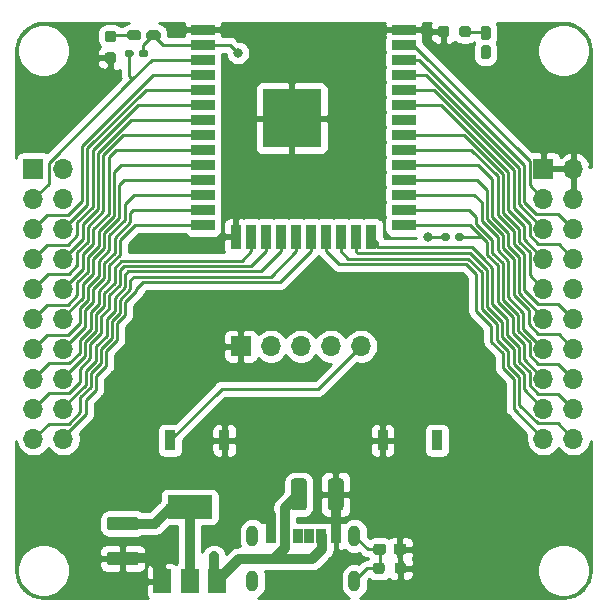
<source format=gbr>
%TF.GenerationSoftware,KiCad,Pcbnew,(5.1.10-1-10_14)*%
%TF.CreationDate,2021-10-31T18:44:30+08:00*%
%TF.ProjectId,esp32solo_devboard,65737033-3273-46f6-9c6f-5f646576626f,rev?*%
%TF.SameCoordinates,Original*%
%TF.FileFunction,Copper,L1,Top*%
%TF.FilePolarity,Positive*%
%FSLAX46Y46*%
G04 Gerber Fmt 4.6, Leading zero omitted, Abs format (unit mm)*
G04 Created by KiCad (PCBNEW (5.1.10-1-10_14)) date 2021-10-31 18:44:30*
%MOMM*%
%LPD*%
G01*
G04 APERTURE LIST*
%TA.AperFunction,ComponentPad*%
%ADD10O,1.700000X1.700000*%
%TD*%
%TA.AperFunction,ComponentPad*%
%ADD11R,1.700000X1.700000*%
%TD*%
%TA.AperFunction,SMDPad,CuDef*%
%ADD12R,1.500000X2.000000*%
%TD*%
%TA.AperFunction,SMDPad,CuDef*%
%ADD13R,3.800000X2.000000*%
%TD*%
%TA.AperFunction,ComponentPad*%
%ADD14O,0.999998X1.799996*%
%TD*%
%TA.AperFunction,SMDPad,CuDef*%
%ADD15R,0.899998X1.199998*%
%TD*%
%TA.AperFunction,SMDPad,CuDef*%
%ADD16R,0.899998X1.699997*%
%TD*%
%TA.AperFunction,SMDPad,CuDef*%
%ADD17R,4.999990X4.999990*%
%TD*%
%TA.AperFunction,SMDPad,CuDef*%
%ADD18R,1.999996X0.899998*%
%TD*%
%TA.AperFunction,SMDPad,CuDef*%
%ADD19R,0.899998X1.999996*%
%TD*%
%TA.AperFunction,ViaPad*%
%ADD20C,0.800000*%
%TD*%
%TA.AperFunction,Conductor*%
%ADD21C,0.250000*%
%TD*%
%TA.AperFunction,Conductor*%
%ADD22C,0.850000*%
%TD*%
%TA.AperFunction,Conductor*%
%ADD23C,0.254000*%
%TD*%
%TA.AperFunction,Conductor*%
%ADD24C,0.100000*%
%TD*%
G04 APERTURE END LIST*
D10*
%TO.P,J3,5*%
%TO.N,EN*%
X129860000Y-78030000D03*
%TO.P,J3,4*%
%TO.N,IO0*%
X127320000Y-78030000D03*
%TO.P,J3,3*%
%TO.N,TXD0*%
X124780000Y-78030000D03*
%TO.P,J3,2*%
%TO.N,RXD0*%
X122240000Y-78030000D03*
D11*
%TO.P,J3,1*%
%TO.N,GND*%
X119700000Y-78030000D03*
%TD*%
%TO.P,R2,2*%
%TO.N,IO0*%
%TA.AperFunction,SMDPad,CuDef*%
G36*
G01*
X137860000Y-68970000D02*
X137860000Y-68650000D01*
G75*
G02*
X138020000Y-68490000I160000J0D01*
G01*
X138415000Y-68490000D01*
G75*
G02*
X138575000Y-68650000I0J-160000D01*
G01*
X138575000Y-68970000D01*
G75*
G02*
X138415000Y-69130000I-160000J0D01*
G01*
X138020000Y-69130000D01*
G75*
G02*
X137860000Y-68970000I0J160000D01*
G01*
G37*
%TD.AperFunction*%
%TO.P,R2,1*%
%TO.N,+3V3*%
%TA.AperFunction,SMDPad,CuDef*%
G36*
G01*
X136665000Y-68970000D02*
X136665000Y-68650000D01*
G75*
G02*
X136825000Y-68490000I160000J0D01*
G01*
X137220000Y-68490000D01*
G75*
G02*
X137380000Y-68650000I0J-160000D01*
G01*
X137380000Y-68970000D01*
G75*
G02*
X137220000Y-69130000I-160000J0D01*
G01*
X136825000Y-69130000D01*
G75*
G02*
X136665000Y-68970000I0J160000D01*
G01*
G37*
%TD.AperFunction*%
%TD*%
%TO.P,R1,2*%
%TO.N,EN*%
%TA.AperFunction,SMDPad,CuDef*%
G36*
G01*
X110620000Y-53090000D02*
X110620000Y-53410000D01*
G75*
G02*
X110460000Y-53570000I-160000J0D01*
G01*
X110065000Y-53570000D01*
G75*
G02*
X109905000Y-53410000I0J160000D01*
G01*
X109905000Y-53090000D01*
G75*
G02*
X110065000Y-52930000I160000J0D01*
G01*
X110460000Y-52930000D01*
G75*
G02*
X110620000Y-53090000I0J-160000D01*
G01*
G37*
%TD.AperFunction*%
%TO.P,R1,1*%
%TO.N,+3V3*%
%TA.AperFunction,SMDPad,CuDef*%
G36*
G01*
X111815000Y-53090000D02*
X111815000Y-53410000D01*
G75*
G02*
X111655000Y-53570000I-160000J0D01*
G01*
X111260000Y-53570000D01*
G75*
G02*
X111100000Y-53410000I0J160000D01*
G01*
X111100000Y-53090000D01*
G75*
G02*
X111260000Y-52930000I160000J0D01*
G01*
X111655000Y-52930000D01*
G75*
G02*
X111815000Y-53090000I0J-160000D01*
G01*
G37*
%TD.AperFunction*%
%TD*%
%TO.P,C3,2*%
%TO.N,GND*%
%TA.AperFunction,SMDPad,CuDef*%
G36*
G01*
X108599999Y-95430000D02*
X110800001Y-95430000D01*
G75*
G02*
X111050000Y-95679999I0J-249999D01*
G01*
X111050000Y-96330001D01*
G75*
G02*
X110800001Y-96580000I-249999J0D01*
G01*
X108599999Y-96580000D01*
G75*
G02*
X108350000Y-96330001I0J249999D01*
G01*
X108350000Y-95679999D01*
G75*
G02*
X108599999Y-95430000I249999J0D01*
G01*
G37*
%TD.AperFunction*%
%TO.P,C3,1*%
%TO.N,+3V3*%
%TA.AperFunction,SMDPad,CuDef*%
G36*
G01*
X108599999Y-92480000D02*
X110800001Y-92480000D01*
G75*
G02*
X111050000Y-92729999I0J-249999D01*
G01*
X111050000Y-93380001D01*
G75*
G02*
X110800001Y-93630000I-249999J0D01*
G01*
X108599999Y-93630000D01*
G75*
G02*
X108350000Y-93380001I0J249999D01*
G01*
X108350000Y-92729999D01*
G75*
G02*
X108599999Y-92480000I249999J0D01*
G01*
G37*
%TD.AperFunction*%
%TD*%
%TO.P,C2,2*%
%TO.N,GND*%
%TA.AperFunction,SMDPad,CuDef*%
G36*
G01*
X127070000Y-91680002D02*
X127070000Y-89479998D01*
G75*
G02*
X127319998Y-89230000I249998J0D01*
G01*
X128145002Y-89230000D01*
G75*
G02*
X128395000Y-89479998I0J-249998D01*
G01*
X128395000Y-91680002D01*
G75*
G02*
X128145002Y-91930000I-249998J0D01*
G01*
X127319998Y-91930000D01*
G75*
G02*
X127070000Y-91680002I0J249998D01*
G01*
G37*
%TD.AperFunction*%
%TO.P,C2,1*%
%TO.N,VBUS*%
%TA.AperFunction,SMDPad,CuDef*%
G36*
G01*
X123945000Y-91680002D02*
X123945000Y-89479998D01*
G75*
G02*
X124194998Y-89230000I249998J0D01*
G01*
X125020002Y-89230000D01*
G75*
G02*
X125270000Y-89479998I0J-249998D01*
G01*
X125270000Y-91680002D01*
G75*
G02*
X125020002Y-91930000I-249998J0D01*
G01*
X124194998Y-91930000D01*
G75*
G02*
X123945000Y-91680002I0J249998D01*
G01*
G37*
%TD.AperFunction*%
%TD*%
D10*
%TO.P,J2,20*%
%TO.N,SD1*%
X147860000Y-85860000D03*
%TO.P,J2,19*%
%TO.N,SD0*%
X145320000Y-85860000D03*
%TO.P,J2,18*%
%TO.N,IO2*%
X147860000Y-83320000D03*
%TO.P,J2,17*%
%TO.N,IO15*%
X145320000Y-83320000D03*
%TO.P,J2,16*%
%TO.N,IO4*%
X147860000Y-80780000D03*
%TO.P,J2,15*%
%TO.N,IO0*%
X145320000Y-80780000D03*
%TO.P,J2,14*%
%TO.N,IO17*%
X147860000Y-78240000D03*
%TO.P,J2,13*%
%TO.N,IO16*%
X145320000Y-78240000D03*
%TO.P,J2,12*%
%TO.N,IO18*%
X147860000Y-75700000D03*
%TO.P,J2,11*%
%TO.N,IO5*%
X145320000Y-75700000D03*
%TO.P,J2,10*%
%TO.N,EN*%
X147860000Y-73160000D03*
%TO.P,J2,9*%
%TO.N,IO19*%
X145320000Y-73160000D03*
%TO.P,J2,8*%
%TO.N,RXD0*%
X147860000Y-70620000D03*
%TO.P,J2,7*%
%TO.N,IO21*%
X145320000Y-70620000D03*
%TO.P,J2,6*%
%TO.N,IO22*%
X147860000Y-68080000D03*
%TO.P,J2,5*%
%TO.N,TXD0*%
X145320000Y-68080000D03*
%TO.P,J2,4*%
%TO.N,GND*%
X147860000Y-65540000D03*
%TO.P,J2,3*%
%TO.N,IO23*%
X145320000Y-65540000D03*
%TO.P,J2,2*%
%TO.N,GND*%
X147860000Y-63000000D03*
D11*
%TO.P,J2,1*%
X145320000Y-63000000D03*
%TD*%
D10*
%TO.P,J1,20*%
%TO.N,CLK*%
X104680000Y-85860000D03*
%TO.P,J1,19*%
%TO.N,CMD*%
X102140000Y-85860000D03*
%TO.P,J1,18*%
%TO.N,SD3*%
X104680000Y-83320000D03*
%TO.P,J1,17*%
%TO.N,SD2*%
X102140000Y-83320000D03*
%TO.P,J1,16*%
%TO.N,IO13*%
X104680000Y-80780000D03*
%TO.P,J1,15*%
%TO.N,IO12*%
X102140000Y-80780000D03*
%TO.P,J1,14*%
%TO.N,IO14*%
X104680000Y-78240000D03*
%TO.P,J1,13*%
%TO.N,IO27*%
X102140000Y-78240000D03*
%TO.P,J1,12*%
%TO.N,IO26*%
X104680000Y-75700000D03*
%TO.P,J1,11*%
%TO.N,IO25*%
X102140000Y-75700000D03*
%TO.P,J1,10*%
%TO.N,IO33*%
X104680000Y-73160000D03*
%TO.P,J1,9*%
%TO.N,IO32*%
X102140000Y-73160000D03*
%TO.P,J1,8*%
%TO.N,IO35*%
X104680000Y-70620000D03*
%TO.P,J1,7*%
%TO.N,IO34*%
X102140000Y-70620000D03*
%TO.P,J1,6*%
%TO.N,SENSOR_VN*%
X104680000Y-68080000D03*
%TO.P,J1,5*%
%TO.N,SENSOR_VP*%
X102140000Y-68080000D03*
%TO.P,J1,4*%
%TO.N,GND*%
X104680000Y-65540000D03*
%TO.P,J1,3*%
%TO.N,EN*%
X102140000Y-65540000D03*
%TO.P,J1,2*%
%TO.N,VBUS*%
X104680000Y-63000000D03*
D11*
%TO.P,J1,1*%
%TO.N,+3V3*%
X102140000Y-63000000D03*
%TD*%
D12*
%TO.P,U2,1*%
%TO.N,GND*%
X113060000Y-97940000D03*
%TO.P,U2,3*%
%TO.N,VBUS*%
X117660000Y-97940000D03*
%TO.P,U2,2*%
%TO.N,+3V3*%
X115360000Y-97940000D03*
D13*
X115360000Y-91640000D03*
%TD*%
%TO.P,R5,2*%
%TO.N,GND*%
%TA.AperFunction,SMDPad,CuDef*%
G36*
G01*
X137345000Y-51152500D02*
X137345000Y-51627500D01*
G75*
G02*
X137107500Y-51865000I-237500J0D01*
G01*
X136607500Y-51865000D01*
G75*
G02*
X136370000Y-51627500I0J237500D01*
G01*
X136370000Y-51152500D01*
G75*
G02*
X136607500Y-50915000I237500J0D01*
G01*
X137107500Y-50915000D01*
G75*
G02*
X137345000Y-51152500I0J-237500D01*
G01*
G37*
%TD.AperFunction*%
%TO.P,R5,1*%
%TO.N,Net-(D2-Pad1)*%
%TA.AperFunction,SMDPad,CuDef*%
G36*
G01*
X139170000Y-51152500D02*
X139170000Y-51627500D01*
G75*
G02*
X138932500Y-51865000I-237500J0D01*
G01*
X138432500Y-51865000D01*
G75*
G02*
X138195000Y-51627500I0J237500D01*
G01*
X138195000Y-51152500D01*
G75*
G02*
X138432500Y-50915000I237500J0D01*
G01*
X138932500Y-50915000D01*
G75*
G02*
X139170000Y-51152500I0J-237500D01*
G01*
G37*
%TD.AperFunction*%
%TD*%
%TO.P,R4,2*%
%TO.N,GND*%
%TA.AperFunction,SMDPad,CuDef*%
G36*
G01*
X108422500Y-53135000D02*
X108897500Y-53135000D01*
G75*
G02*
X109135000Y-53372500I0J-237500D01*
G01*
X109135000Y-53872500D01*
G75*
G02*
X108897500Y-54110000I-237500J0D01*
G01*
X108422500Y-54110000D01*
G75*
G02*
X108185000Y-53872500I0J237500D01*
G01*
X108185000Y-53372500D01*
G75*
G02*
X108422500Y-53135000I237500J0D01*
G01*
G37*
%TD.AperFunction*%
%TO.P,R4,1*%
%TO.N,Net-(D1-Pad1)*%
%TA.AperFunction,SMDPad,CuDef*%
G36*
G01*
X108422500Y-51310000D02*
X108897500Y-51310000D01*
G75*
G02*
X109135000Y-51547500I0J-237500D01*
G01*
X109135000Y-52047500D01*
G75*
G02*
X108897500Y-52285000I-237500J0D01*
G01*
X108422500Y-52285000D01*
G75*
G02*
X108185000Y-52047500I0J237500D01*
G01*
X108185000Y-51547500D01*
G75*
G02*
X108422500Y-51310000I237500J0D01*
G01*
G37*
%TD.AperFunction*%
%TD*%
%TO.P,D2,2*%
%TO.N,IO2*%
%TA.AperFunction,SMDPad,CuDef*%
G36*
G01*
X140207500Y-52530000D02*
X140632500Y-52530000D01*
G75*
G02*
X140845000Y-52742500I0J-212500D01*
G01*
X140845000Y-53542500D01*
G75*
G02*
X140632500Y-53755000I-212500J0D01*
G01*
X140207500Y-53755000D01*
G75*
G02*
X139995000Y-53542500I0J212500D01*
G01*
X139995000Y-52742500D01*
G75*
G02*
X140207500Y-52530000I212500J0D01*
G01*
G37*
%TD.AperFunction*%
%TO.P,D2,1*%
%TO.N,Net-(D2-Pad1)*%
%TA.AperFunction,SMDPad,CuDef*%
G36*
G01*
X140207500Y-50905000D02*
X140632500Y-50905000D01*
G75*
G02*
X140845000Y-51117500I0J-212500D01*
G01*
X140845000Y-51917500D01*
G75*
G02*
X140632500Y-52130000I-212500J0D01*
G01*
X140207500Y-52130000D01*
G75*
G02*
X139995000Y-51917500I0J212500D01*
G01*
X139995000Y-51117500D01*
G75*
G02*
X140207500Y-50905000I212500J0D01*
G01*
G37*
%TD.AperFunction*%
%TD*%
%TO.P,D1,2*%
%TO.N,+3V3*%
%TA.AperFunction,SMDPad,CuDef*%
G36*
G01*
X111687500Y-51932500D02*
X111687500Y-51507500D01*
G75*
G02*
X111900000Y-51295000I212500J0D01*
G01*
X112700000Y-51295000D01*
G75*
G02*
X112912500Y-51507500I0J-212500D01*
G01*
X112912500Y-51932500D01*
G75*
G02*
X112700000Y-52145000I-212500J0D01*
G01*
X111900000Y-52145000D01*
G75*
G02*
X111687500Y-51932500I0J212500D01*
G01*
G37*
%TD.AperFunction*%
%TO.P,D1,1*%
%TO.N,Net-(D1-Pad1)*%
%TA.AperFunction,SMDPad,CuDef*%
G36*
G01*
X110062500Y-51932500D02*
X110062500Y-51507500D01*
G75*
G02*
X110275000Y-51295000I212500J0D01*
G01*
X111075000Y-51295000D01*
G75*
G02*
X111287500Y-51507500I0J-212500D01*
G01*
X111287500Y-51932500D01*
G75*
G02*
X111075000Y-52145000I-212500J0D01*
G01*
X110275000Y-52145000D01*
G75*
G02*
X110062500Y-51932500I0J212500D01*
G01*
G37*
%TD.AperFunction*%
%TD*%
%TO.P,R3,2*%
%TO.N,GND*%
%TA.AperFunction,SMDPad,CuDef*%
G36*
G01*
X132725000Y-97067500D02*
X132725000Y-96592500D01*
G75*
G02*
X132962500Y-96355000I237500J0D01*
G01*
X133462500Y-96355000D01*
G75*
G02*
X133700000Y-96592500I0J-237500D01*
G01*
X133700000Y-97067500D01*
G75*
G02*
X133462500Y-97305000I-237500J0D01*
G01*
X132962500Y-97305000D01*
G75*
G02*
X132725000Y-97067500I0J237500D01*
G01*
G37*
%TD.AperFunction*%
%TO.P,R3,1*%
%TO.N,Net-(C1-Pad1)*%
%TA.AperFunction,SMDPad,CuDef*%
G36*
G01*
X130900000Y-97067500D02*
X130900000Y-96592500D01*
G75*
G02*
X131137500Y-96355000I237500J0D01*
G01*
X131637500Y-96355000D01*
G75*
G02*
X131875000Y-96592500I0J-237500D01*
G01*
X131875000Y-97067500D01*
G75*
G02*
X131637500Y-97305000I-237500J0D01*
G01*
X131137500Y-97305000D01*
G75*
G02*
X130900000Y-97067500I0J237500D01*
G01*
G37*
%TD.AperFunction*%
%TD*%
D14*
%TO.P,P1,3*%
%TO.N,Net-(C1-Pad1)*%
X129320159Y-97900047D03*
%TO.P,P1,4*%
X129320159Y-94099953D03*
%TO.P,P1,2*%
X120680095Y-97900047D03*
%TO.P,P1,1*%
X120680095Y-94099953D03*
D15*
%TO.P,P1,A12*%
%TO.N,GND*%
X127749931Y-94120019D03*
%TO.P,P1,A9*%
%TO.N,VBUS*%
X126520063Y-94120019D03*
%TO.P,P1,B5*%
%TO.N,N/C*%
X125499999Y-94120019D03*
%TO.P,P1,A5*%
X124500001Y-94120019D03*
%TO.P,P1,B9*%
%TO.N,VBUS*%
X123479937Y-94120019D03*
%TO.P,P1,B12*%
%TO.N,GND*%
X122250069Y-94120019D03*
%TD*%
%TO.P,C1,2*%
%TO.N,GND*%
%TA.AperFunction,SMDPad,CuDef*%
G36*
G01*
X132635000Y-95457500D02*
X132635000Y-94982500D01*
G75*
G02*
X132872500Y-94745000I237500J0D01*
G01*
X133472500Y-94745000D01*
G75*
G02*
X133710000Y-94982500I0J-237500D01*
G01*
X133710000Y-95457500D01*
G75*
G02*
X133472500Y-95695000I-237500J0D01*
G01*
X132872500Y-95695000D01*
G75*
G02*
X132635000Y-95457500I0J237500D01*
G01*
G37*
%TD.AperFunction*%
%TO.P,C1,1*%
%TO.N,Net-(C1-Pad1)*%
%TA.AperFunction,SMDPad,CuDef*%
G36*
G01*
X130910000Y-95457500D02*
X130910000Y-94982500D01*
G75*
G02*
X131147500Y-94745000I237500J0D01*
G01*
X131747500Y-94745000D01*
G75*
G02*
X131985000Y-94982500I0J-237500D01*
G01*
X131985000Y-95457500D01*
G75*
G02*
X131747500Y-95695000I-237500J0D01*
G01*
X131147500Y-95695000D01*
G75*
G02*
X130910000Y-95457500I0J237500D01*
G01*
G37*
%TD.AperFunction*%
%TD*%
D16*
%TO.P,SW2,1*%
%TO.N,EN*%
X113700030Y-86000000D03*
%TO.P,SW2,2*%
%TO.N,GND*%
X118299970Y-86000000D03*
%TD*%
%TO.P,SW1,1*%
%TO.N,IO0*%
X136299970Y-86000000D03*
%TO.P,SW1,2*%
%TO.N,GND*%
X131700030Y-86000000D03*
%TD*%
D17*
%TO.P,U1,39*%
%TO.N,GND*%
X124000002Y-58744859D03*
D18*
%TO.P,U1,38*%
X133500110Y-51245001D03*
%TO.P,U1,37*%
%TO.N,IO23*%
X133500110Y-52515001D03*
%TO.P,U1,36*%
%TO.N,IO22*%
X133500110Y-53785001D03*
%TO.P,U1,35*%
%TO.N,TXD0*%
X133500110Y-55055001D03*
%TO.P,U1,34*%
%TO.N,RXD0*%
X133500110Y-56325001D03*
%TO.P,U1,33*%
%TO.N,IO21*%
X133500110Y-57595001D03*
%TO.P,U1,1*%
%TO.N,GND*%
X116499890Y-51245001D03*
%TO.P,U1,2*%
%TO.N,+3V3*%
X116499890Y-52515001D03*
%TO.P,U1,3*%
%TO.N,EN*%
X116499890Y-53785001D03*
%TO.P,U1,4*%
%TO.N,SENSOR_VP*%
X116499890Y-55055001D03*
%TO.P,U1,5*%
%TO.N,SENSOR_VN*%
X116499890Y-56325001D03*
%TO.P,U1,6*%
%TO.N,IO34*%
X116499890Y-57595001D03*
%TO.P,U1,7*%
%TO.N,IO35*%
X116499890Y-58865001D03*
%TO.P,U1,8*%
%TO.N,IO32*%
X116499890Y-60135001D03*
%TO.P,U1,9*%
%TO.N,IO33*%
X116499890Y-61405001D03*
%TO.P,U1,10*%
%TO.N,IO25*%
X116499890Y-62675001D03*
%TO.P,U1,11*%
%TO.N,IO26*%
X116499890Y-63945001D03*
%TO.P,U1,12*%
%TO.N,IO27*%
X116499890Y-65215001D03*
%TO.P,U1,13*%
%TO.N,IO14*%
X116499890Y-66485001D03*
%TO.P,U1,14*%
%TO.N,IO12*%
X116499890Y-67755001D03*
D19*
%TO.P,U1,15*%
%TO.N,GND*%
X119285000Y-68754999D03*
%TO.P,U1,16*%
%TO.N,IO13*%
X120555000Y-68754999D03*
%TO.P,U1,17*%
%TO.N,SD2*%
X121825000Y-68754999D03*
%TO.P,U1,18*%
%TO.N,SD3*%
X123095000Y-68754999D03*
%TO.P,U1,19*%
%TO.N,CMD*%
X124365000Y-68754999D03*
%TO.P,U1,20*%
%TO.N,CLK*%
X125635000Y-68754999D03*
%TO.P,U1,21*%
%TO.N,SD0*%
X126905000Y-68754999D03*
%TO.P,U1,22*%
%TO.N,SD1*%
X128175000Y-68754999D03*
%TO.P,U1,23*%
%TO.N,IO15*%
X129445000Y-68754999D03*
%TO.P,U1,24*%
%TO.N,IO2*%
X130715000Y-68754999D03*
D18*
%TO.P,U1,25*%
%TO.N,IO0*%
X133500110Y-67755001D03*
%TO.P,U1,26*%
%TO.N,IO4*%
X133500110Y-66485001D03*
%TO.P,U1,27*%
%TO.N,IO16*%
X133500110Y-65215001D03*
%TO.P,U1,28*%
%TO.N,IO17*%
X133500110Y-63945001D03*
%TO.P,U1,29*%
%TO.N,IO5*%
X133500110Y-62675001D03*
%TO.P,U1,30*%
%TO.N,IO18*%
X133500110Y-61405001D03*
%TO.P,U1,31*%
%TO.N,IO19*%
X133500110Y-60135001D03*
%TO.P,U1,32*%
%TO.N,N/C*%
X133500110Y-58865001D03*
%TD*%
D20*
%TO.N,GND*%
X123970000Y-58710000D03*
X119290000Y-66340000D03*
X130870000Y-51290000D03*
X119400000Y-51330000D03*
X133780000Y-98260000D03*
X127780000Y-89780000D03*
X127749931Y-91269931D03*
X131580000Y-86020000D03*
X121750000Y-91810000D03*
X113060000Y-97940000D03*
X112075000Y-96005000D03*
X109700000Y-96005000D03*
X107990000Y-54860000D03*
X118340000Y-85980000D03*
%TO.N,EN*%
X113700000Y-85980000D03*
%TO.N,+3V3*%
X119440000Y-53200000D03*
X135550000Y-68790000D03*
X116680000Y-91360000D03*
X109700000Y-93055000D03*
%TO.N,IO0*%
X136299970Y-86000000D03*
%TO.N,IO2*%
X140420000Y-53142500D03*
%TO.N,VBUS*%
X117430000Y-95810000D03*
%TD*%
D21*
%TO.N,GND*%
X136712501Y-51245001D02*
X136857500Y-51390000D01*
X133500110Y-51245001D02*
X136712501Y-51245001D01*
X124000002Y-58740002D02*
X123970000Y-58710000D01*
X124000002Y-58744859D02*
X124000002Y-58740002D01*
X119285000Y-68754999D02*
X119285000Y-68095000D01*
X119290000Y-68090000D02*
X119290000Y-66340000D01*
X119285000Y-68095000D02*
X119290000Y-68090000D01*
X130914999Y-51245001D02*
X130870000Y-51290000D01*
X133500110Y-51245001D02*
X130914999Y-51245001D01*
X119315001Y-51245001D02*
X119400000Y-51330000D01*
X116499890Y-51245001D02*
X119315001Y-51245001D01*
D22*
X113060000Y-97940000D02*
X113060000Y-96990000D01*
X112075000Y-96005000D02*
X109700000Y-96005000D01*
D21*
X133212500Y-95260000D02*
X133172500Y-95220000D01*
X133212500Y-96830000D02*
X133212500Y-95260000D01*
X133212500Y-97692500D02*
X133780000Y-98260000D01*
X133212500Y-96830000D02*
X133212500Y-97692500D01*
X127732500Y-89827500D02*
X127780000Y-89780000D01*
X127732500Y-90580000D02*
X127732500Y-89827500D01*
X127732500Y-91252500D02*
X127749931Y-91269931D01*
X127732500Y-90580000D02*
X127732500Y-91252500D01*
D22*
X127749931Y-94120019D02*
X127749931Y-91269931D01*
D21*
X131600000Y-86000000D02*
X131580000Y-86020000D01*
X131700030Y-86000000D02*
X131600000Y-86000000D01*
D22*
X122250069Y-92310069D02*
X121750000Y-91810000D01*
X122250069Y-94120019D02*
X122250069Y-92310069D01*
X112390000Y-96320000D02*
X112075000Y-96005000D01*
X113060000Y-96990000D02*
X112390000Y-96320000D01*
D21*
X108660000Y-54190000D02*
X107990000Y-54860000D01*
X108660000Y-53622500D02*
X108660000Y-54190000D01*
X118320000Y-86000000D02*
X118340000Y-85980000D01*
X118299970Y-86000000D02*
X118320000Y-86000000D01*
%TO.N,EN*%
X116499890Y-53785001D02*
X112155997Y-53785001D01*
X103420000Y-64260000D02*
X102140000Y-65540000D01*
X103420000Y-62520998D02*
X103420000Y-64260000D01*
X110262500Y-55192500D02*
X110505499Y-55435499D01*
X110262500Y-53250000D02*
X110262500Y-55192500D01*
X110505499Y-55435499D02*
X103420000Y-62520998D01*
X112155997Y-53785001D02*
X110505499Y-55435499D01*
X113700030Y-85980030D02*
X113700000Y-85980000D01*
X113700030Y-86000000D02*
X113700030Y-85980030D01*
X129860000Y-78030000D02*
X126260000Y-81630000D01*
X118070030Y-81630000D02*
X113700030Y-86000000D01*
X126260000Y-81630000D02*
X118070030Y-81630000D01*
%TO.N,+3V3*%
X113095001Y-52515001D02*
X116499890Y-52515001D01*
X112300000Y-51720000D02*
X113095001Y-52515001D01*
X111457500Y-52562500D02*
X112300000Y-51720000D01*
X111457500Y-53250000D02*
X111457500Y-52562500D01*
D22*
X115360000Y-97940000D02*
X115360000Y-91640000D01*
X115360000Y-91640000D02*
X113810000Y-91640000D01*
X112395000Y-93055000D02*
X109700000Y-93055000D01*
X113810000Y-91640000D02*
X112395000Y-93055000D01*
D21*
X118755001Y-52515001D02*
X119440000Y-53200000D01*
X116499890Y-52515001D02*
X118755001Y-52515001D01*
X135570000Y-68810000D02*
X135550000Y-68790000D01*
X137022500Y-68810000D02*
X135570000Y-68810000D01*
X116400000Y-91640000D02*
X116680000Y-91360000D01*
X115360000Y-91640000D02*
X116400000Y-91640000D01*
%TO.N,IO0*%
X133500110Y-67755001D02*
X139103721Y-67755001D01*
X140544925Y-69196205D02*
X140544926Y-70299796D01*
X140544926Y-70299796D02*
X141444943Y-71199813D01*
X141444943Y-71199813D02*
X141444943Y-74280583D01*
X142719972Y-75555612D02*
X142719972Y-76912792D01*
X141444943Y-74280583D02*
X142719972Y-75555612D01*
X143694989Y-79154989D02*
X145320000Y-80780000D01*
X143694989Y-77887809D02*
X143694989Y-79154989D01*
X142719972Y-76912792D02*
X143694989Y-77887809D01*
X140100000Y-68810000D02*
X140129360Y-68780640D01*
X138217500Y-68810000D02*
X140100000Y-68810000D01*
X140129360Y-68780640D02*
X140544925Y-69196205D01*
X139103721Y-67755001D02*
X140129360Y-68780640D01*
%TO.N,IO2*%
X140994933Y-71386213D02*
X140994934Y-74466984D01*
X142269962Y-75742012D02*
X142269963Y-77099193D01*
X140994934Y-74466984D02*
X142269962Y-75742012D01*
X143244979Y-78074209D02*
X143244980Y-79341390D01*
X142269963Y-77099193D02*
X143244979Y-78074209D01*
X144144999Y-81344001D02*
X144850998Y-82050000D01*
X144144999Y-80241409D02*
X144144999Y-81344001D01*
X143244980Y-79341390D02*
X144144999Y-80241409D01*
X146590000Y-82050000D02*
X147860000Y-83320000D01*
X144850998Y-82050000D02*
X146590000Y-82050000D01*
X140202050Y-70595640D02*
X139256400Y-69649990D01*
X140204360Y-70595640D02*
X140202050Y-70595640D01*
X140094917Y-70486197D02*
X140204360Y-70595640D01*
X140204360Y-70595640D02*
X140994933Y-71386213D01*
X139256400Y-69649990D02*
X131190000Y-69649990D01*
X131190000Y-69229999D02*
X130715000Y-68754999D01*
X131190000Y-69649990D02*
X131190000Y-69229999D01*
%TO.N,Net-(C1-Pad1)*%
X131447500Y-96770000D02*
X131387500Y-96830000D01*
X131447500Y-95220000D02*
X131447500Y-96770000D01*
X130390206Y-96830000D02*
X129320159Y-97900047D01*
X131387500Y-96830000D02*
X130390206Y-96830000D01*
X130440206Y-95220000D02*
X129320159Y-94099953D01*
X131447500Y-95220000D02*
X130440206Y-95220000D01*
D22*
%TO.N,VBUS*%
X124607500Y-90580000D02*
X123425001Y-91762499D01*
X123425001Y-95120087D02*
X122505088Y-96040000D01*
X123425001Y-91762499D02*
X123425001Y-93004999D01*
X123425001Y-93004999D02*
X123425001Y-95120087D01*
X123425001Y-93004999D02*
X123425001Y-94120019D01*
X119560000Y-96040000D02*
X117660000Y-97940000D01*
X122505088Y-96040000D02*
X119560000Y-96040000D01*
X126574999Y-95220019D02*
X126574999Y-94120019D01*
X125755018Y-96040000D02*
X126574999Y-95220019D01*
X122505088Y-96040000D02*
X125755018Y-96040000D01*
X117430000Y-97710000D02*
X117660000Y-97940000D01*
X117430000Y-95810000D02*
X117430000Y-97710000D01*
D21*
%TO.N,Net-(D1-Pad1)*%
X108737500Y-51720000D02*
X108660000Y-51797500D01*
X110675000Y-51720000D02*
X108737500Y-51720000D01*
%TO.N,Net-(D2-Pad1)*%
X140292500Y-51390000D02*
X140420000Y-51517500D01*
X138682500Y-51390000D02*
X140292500Y-51390000D01*
%TO.N,CLK*%
X125635000Y-70004997D02*
X123039957Y-72600040D01*
X125635000Y-68754999D02*
X125635000Y-70004997D01*
X110805102Y-73194898D02*
X110805101Y-73398999D01*
X111399960Y-72600040D02*
X110805102Y-73194898D01*
X123039957Y-72600040D02*
X111399960Y-72600040D01*
X109905083Y-74299017D02*
X109905082Y-75401610D01*
X110805101Y-73398999D02*
X109905083Y-74299017D01*
X109240066Y-76066626D02*
X109240065Y-77501985D01*
X109905082Y-75401610D02*
X109240066Y-76066626D01*
X108320047Y-78422003D02*
X108320047Y-79669953D01*
X109240065Y-77501985D02*
X108320047Y-78422003D01*
X107450028Y-80539972D02*
X107450028Y-81719972D01*
X108320047Y-79669953D02*
X107450028Y-80539972D01*
X106570010Y-82599990D02*
X106570010Y-83805402D01*
X107450028Y-81719972D02*
X106570010Y-82599990D01*
X104680000Y-85695412D02*
X104680000Y-85860000D01*
X106570010Y-83805402D02*
X104680000Y-85695412D01*
%TO.N,SD0*%
X126905000Y-70004997D02*
X127980013Y-71080010D01*
X126905000Y-68754999D02*
X126905000Y-70004997D01*
X127980013Y-71080010D02*
X138777190Y-71080010D01*
X139644907Y-71947727D02*
X139644907Y-75057727D01*
X138777190Y-71080010D02*
X139644907Y-71947727D01*
X140919936Y-76332756D02*
X140919936Y-77658396D01*
X139644907Y-75057727D02*
X140919936Y-76332756D01*
X141894953Y-78633413D02*
X141894953Y-79900593D01*
X140919936Y-77658396D02*
X141894953Y-78633413D01*
X142794969Y-83334969D02*
X145320000Y-85860000D01*
X142794969Y-80800609D02*
X142794969Y-83334969D01*
X141894953Y-79900593D02*
X142794969Y-80800609D01*
%TO.N,SD3*%
X106550010Y-80122810D02*
X106550009Y-81285403D01*
X107420028Y-79252792D02*
X106550010Y-80122810D01*
X104680000Y-83155412D02*
X104680000Y-83320000D01*
X107420029Y-78049201D02*
X107420028Y-79252792D01*
X108340047Y-77129183D02*
X107420029Y-78049201D01*
X108340048Y-75693824D02*
X108340047Y-77129183D01*
X121399977Y-71700020D02*
X110169980Y-71700020D01*
X109005064Y-75028808D02*
X108340048Y-75693824D01*
X109905083Y-73026197D02*
X109005065Y-73926215D01*
X106550009Y-81285403D02*
X104680000Y-83155412D01*
X110169980Y-71700020D02*
X109905083Y-71964917D01*
X109005065Y-73926215D02*
X109005064Y-75028808D01*
X123095000Y-70004997D02*
X121399977Y-71700020D01*
X123095000Y-68754999D02*
X123095000Y-70004997D01*
X109905083Y-71964917D02*
X109905083Y-73026197D01*
%TO.N,CMD*%
X124365000Y-70004997D02*
X122219967Y-72150030D01*
X124365000Y-68754999D02*
X124365000Y-70004997D01*
X110355093Y-72444907D02*
X110355092Y-73212598D01*
X110649970Y-72150030D02*
X110355093Y-72444907D01*
X122219967Y-72150030D02*
X110649970Y-72150030D01*
X109455074Y-74112616D02*
X109455073Y-75215209D01*
X110355092Y-73212598D02*
X109455074Y-74112616D01*
X108790056Y-77315584D02*
X107870038Y-78235602D01*
X108790057Y-75880225D02*
X108790056Y-77315584D01*
X109455073Y-75215209D02*
X108790057Y-75880225D01*
X107870038Y-78235602D02*
X107870037Y-79439193D01*
X107000019Y-80309211D02*
X107000018Y-81471804D01*
X107870037Y-79439193D02*
X107000019Y-80309211D01*
X107000018Y-81471804D02*
X106120000Y-82351822D01*
X106120000Y-83619002D02*
X105159002Y-84580000D01*
X106120000Y-82351822D02*
X106120000Y-83619002D01*
X103420000Y-84580000D02*
X102140000Y-85860000D01*
X105159002Y-84580000D02*
X103420000Y-84580000D01*
%TO.N,IO13*%
X104680000Y-80056410D02*
X104680000Y-80220000D01*
X119759997Y-70800000D02*
X109591280Y-70800000D01*
X120555000Y-70004997D02*
X119759997Y-70800000D01*
X120555000Y-68754999D02*
X120555000Y-70004997D01*
X109005066Y-71386214D02*
X109005065Y-72653395D01*
X109591280Y-70800000D02*
X109005066Y-71386214D01*
X108105047Y-73553413D02*
X108105046Y-74656006D01*
X109005065Y-72653395D02*
X108105047Y-73553413D01*
X107440030Y-75321022D02*
X107440029Y-76756381D01*
X108105046Y-74656006D02*
X107440030Y-75321022D01*
X106520010Y-77676400D02*
X106520010Y-78879990D01*
X107440029Y-76756381D02*
X106520010Y-77676400D01*
X104680000Y-80720000D02*
X104680000Y-80780000D01*
X106520010Y-78879990D02*
X104680000Y-80720000D01*
%TO.N,SD2*%
X121825000Y-70004997D02*
X120579987Y-71250010D01*
X121825000Y-68754999D02*
X121825000Y-70004997D01*
X109455075Y-71584925D02*
X109455074Y-72839796D01*
X109789990Y-71250010D02*
X109455075Y-71584925D01*
X120579987Y-71250010D02*
X109789990Y-71250010D01*
X108555056Y-73739814D02*
X108555055Y-74842407D01*
X109455074Y-72839796D02*
X108555056Y-73739814D01*
X107890039Y-75507423D02*
X107890038Y-76942782D01*
X108555055Y-74842407D02*
X107890039Y-75507423D01*
X106970020Y-77862800D02*
X106970019Y-79066391D01*
X107890038Y-76942782D02*
X106970020Y-77862800D01*
X106970019Y-79066391D02*
X106100000Y-79936410D01*
X106100000Y-81099002D02*
X105169002Y-82030000D01*
X106100000Y-79936410D02*
X106100000Y-81099002D01*
X103430000Y-82030000D02*
X102140000Y-83320000D01*
X105169002Y-82030000D02*
X103430000Y-82030000D01*
%TO.N,IO14*%
X116499890Y-66485001D02*
X110535082Y-66485001D01*
X110300083Y-66720000D02*
X110300082Y-67551198D01*
X110535082Y-66485001D02*
X110300083Y-66720000D01*
X109005066Y-68846214D02*
X109005065Y-70113395D01*
X110300082Y-67551198D02*
X109005066Y-68846214D01*
X108105048Y-71013412D02*
X108105047Y-72280593D01*
X109005065Y-70113395D02*
X108105048Y-71013412D01*
X108105047Y-72280593D02*
X107205029Y-73180611D01*
X107205029Y-73180611D02*
X107205028Y-74283204D01*
X106540010Y-76379990D02*
X104680000Y-78240000D01*
X106540010Y-74948222D02*
X106540010Y-76379990D01*
X107205028Y-74283204D02*
X106540010Y-74948222D01*
%TO.N,IO12*%
X116499890Y-67755001D02*
X110732689Y-67755001D01*
X109455075Y-69032615D02*
X109455074Y-70299796D01*
X110732689Y-67755001D02*
X109455075Y-69032615D01*
X108555057Y-71199813D02*
X108555056Y-72466994D01*
X109455074Y-70299796D02*
X108555057Y-71199813D01*
X107655038Y-73367012D02*
X107655037Y-74469605D01*
X108555056Y-72466994D02*
X107655038Y-73367012D01*
X106990020Y-75134622D02*
X106990020Y-76569980D01*
X107655037Y-74469605D02*
X106990020Y-75134622D01*
X106070000Y-77490000D02*
X106070000Y-78589002D01*
X106070000Y-78589002D02*
X105169002Y-79490000D01*
X106990020Y-76569980D02*
X106070000Y-77490000D01*
X103430000Y-79490000D02*
X102140000Y-80780000D01*
X105169002Y-79490000D02*
X103430000Y-79490000D01*
%TO.N,IO26*%
X104680000Y-74975412D02*
X104680000Y-75140000D01*
X116499890Y-63945001D02*
X109825064Y-63945001D01*
X109825064Y-63945001D02*
X109400065Y-64370000D01*
X109400065Y-64370000D02*
X109400064Y-67178396D01*
X108105048Y-68473412D02*
X108105047Y-69740593D01*
X109400064Y-67178396D02*
X108105048Y-68473412D01*
X108105047Y-69740593D02*
X107205030Y-70640610D01*
X107205030Y-70640610D02*
X107205029Y-71907791D01*
X107205029Y-71907791D02*
X106305011Y-72807809D01*
X104680000Y-75535412D02*
X104680000Y-75700000D01*
X106305010Y-73910402D02*
X104680000Y-75535412D01*
X106305011Y-72807809D02*
X106305010Y-73910402D01*
%TO.N,IO27*%
X116499890Y-65215001D02*
X110665073Y-65215001D01*
X109850073Y-67364797D02*
X108555057Y-68659813D01*
X109850074Y-66030000D02*
X109850073Y-67364797D01*
X110665073Y-65215001D02*
X109850074Y-66030000D01*
X108555057Y-68659813D02*
X108555056Y-69926994D01*
X107655039Y-70827011D02*
X107655038Y-72094192D01*
X108555056Y-69926994D02*
X107655039Y-70827011D01*
X106755020Y-72994210D02*
X106755019Y-74096803D01*
X107655038Y-72094192D02*
X106755020Y-72994210D01*
X106755019Y-74096803D02*
X106090000Y-74761822D01*
X103315001Y-77064999D02*
X102140000Y-78240000D01*
X106090000Y-76029002D02*
X105054003Y-77064999D01*
X105054003Y-77064999D02*
X103315001Y-77064999D01*
X106090000Y-74761822D02*
X106090000Y-76029002D01*
%TO.N,IO33*%
X104680000Y-72435412D02*
X104680000Y-72600000D01*
X116499890Y-61405001D02*
X109107049Y-61405001D01*
X108500047Y-62012003D02*
X108500046Y-66805594D01*
X109107049Y-61405001D02*
X108500047Y-62012003D01*
X108500046Y-66805594D02*
X107205030Y-68100610D01*
X107205030Y-68100610D02*
X107205029Y-69367791D01*
X106305011Y-71534989D02*
X104680000Y-73160000D01*
X106305011Y-70267809D02*
X106305011Y-71534989D01*
X107205029Y-69367791D02*
X106305011Y-70267809D01*
%TO.N,IO25*%
X103315001Y-74524999D02*
X102140000Y-75700000D01*
X108950056Y-63310000D02*
X108950055Y-66991995D01*
X105855001Y-72621409D02*
X105855001Y-73724001D01*
X105855001Y-73724001D02*
X105054003Y-74524999D01*
X106755020Y-71721390D02*
X105855001Y-72621409D01*
X109585055Y-62675001D02*
X108950056Y-63310000D01*
X106755021Y-70454209D02*
X106755020Y-71721390D01*
X105054003Y-74524999D02*
X103315001Y-74524999D01*
X107655038Y-69554192D02*
X106755021Y-70454209D01*
X116499890Y-62675001D02*
X109585055Y-62675001D01*
X107655039Y-68287011D02*
X107655038Y-69554192D01*
X108950055Y-66991995D02*
X107655039Y-68287011D01*
%TO.N,IO35*%
X116499890Y-58865001D02*
X110374229Y-58865001D01*
X110374229Y-58865001D02*
X107600029Y-61639201D01*
X107600029Y-61639201D02*
X107600028Y-66432792D01*
X106305011Y-68994989D02*
X104680000Y-70620000D01*
X106305011Y-67727809D02*
X106305011Y-68994989D01*
X107600028Y-66432792D02*
X106305011Y-67727809D01*
%TO.N,IO32*%
X116499890Y-60135001D02*
X109740639Y-60135001D01*
X109740639Y-60135001D02*
X108050038Y-61825602D01*
X108050038Y-61825602D02*
X108050037Y-66619193D01*
X106755021Y-67914209D02*
X106755020Y-69181390D01*
X108050037Y-66619193D02*
X106755021Y-67914209D01*
X105855001Y-71184001D02*
X105149002Y-71890000D01*
X105855001Y-70081409D02*
X105855001Y-71184001D01*
X106755020Y-69181390D02*
X105855001Y-70081409D01*
X103410000Y-71890000D02*
X102140000Y-73160000D01*
X105149002Y-71890000D02*
X103410000Y-71890000D01*
%TO.N,SENSOR_VN*%
X106700010Y-66059990D02*
X104680000Y-68080000D01*
X106700010Y-61266400D02*
X106700010Y-66059990D01*
X111641409Y-56325001D02*
X106700010Y-61266400D01*
X116499890Y-56325001D02*
X111641409Y-56325001D01*
%TO.N,IO34*%
X116499890Y-57595001D02*
X111007819Y-57595001D01*
X111007819Y-57595001D02*
X107150020Y-61452800D01*
X107150020Y-61452800D02*
X107150019Y-66246391D01*
X103315001Y-69444999D02*
X102140000Y-70620000D01*
X105054003Y-69444999D02*
X103315001Y-69444999D01*
X105855001Y-68644001D02*
X105054003Y-69444999D01*
X105855001Y-67541409D02*
X105855001Y-68644001D01*
X107150019Y-66246391D02*
X105855001Y-67541409D01*
%TO.N,SENSOR_VP*%
X116499890Y-55055001D02*
X112274999Y-55055001D01*
X112274999Y-55055001D02*
X106250000Y-61080000D01*
X105054003Y-66904999D02*
X103315001Y-66904999D01*
X103315001Y-66904999D02*
X102140000Y-68080000D01*
X106250000Y-65709002D02*
X105054003Y-66904999D01*
X106250000Y-61080000D02*
X106250000Y-65709002D01*
%TO.N,SD1*%
X128800003Y-70630000D02*
X138963590Y-70630000D01*
X128175000Y-70004997D02*
X128800003Y-70630000D01*
X128175000Y-68754999D02*
X128175000Y-70004997D01*
X140094915Y-71761325D02*
X140094916Y-74871326D01*
X138963590Y-70630000D02*
X140094915Y-71761325D01*
X141369944Y-76146354D02*
X141369945Y-77471995D01*
X140094916Y-74871326D02*
X141369944Y-76146354D01*
X142344961Y-78447011D02*
X142344962Y-79714192D01*
X141369945Y-77471995D02*
X142344961Y-78447011D01*
X143244979Y-82983981D02*
X144820998Y-84560000D01*
X143244979Y-80614209D02*
X143244979Y-82983981D01*
X142344962Y-79714192D02*
X143244979Y-80614209D01*
X146560000Y-84560000D02*
X147860000Y-85860000D01*
X144820998Y-84560000D02*
X146560000Y-84560000D01*
%TO.N,IO15*%
X129445000Y-70004997D02*
X129540003Y-70100000D01*
X129445000Y-68754999D02*
X129445000Y-70004997D01*
X139070000Y-70100000D02*
X140530000Y-71560000D01*
X140530000Y-71560000D02*
X140532310Y-71560000D01*
X129540003Y-70100000D02*
X139070000Y-70100000D01*
X140544925Y-74684925D02*
X141819954Y-75959954D01*
X140544925Y-71572615D02*
X140544925Y-74684925D01*
X140532310Y-71560000D02*
X140544925Y-71572615D01*
X141819954Y-77285594D02*
X142794971Y-78260611D01*
X141819954Y-75959954D02*
X141819954Y-77285594D01*
X142794971Y-78260611D02*
X142794971Y-79527791D01*
X143694989Y-81694989D02*
X145320000Y-83320000D01*
X143694989Y-80427809D02*
X143694989Y-81694989D01*
X142794971Y-79527791D02*
X143694989Y-80427809D01*
%TO.N,IO4*%
X144869998Y-79510000D02*
X146590000Y-79510000D01*
X144144999Y-78785001D02*
X144869998Y-79510000D01*
X144144999Y-77701409D02*
X144144999Y-78785001D01*
X140994935Y-69009805D02*
X140994935Y-70113395D01*
X143169981Y-76726391D02*
X144144999Y-77701409D01*
X143169980Y-75369210D02*
X143169981Y-76726391D01*
X141894952Y-74094182D02*
X143169980Y-75369210D01*
X146590000Y-79510000D02*
X147860000Y-80780000D01*
X138995001Y-66485001D02*
X139644907Y-67134907D01*
X141894951Y-71013411D02*
X141894952Y-74094182D01*
X140994935Y-70113395D02*
X141894951Y-71013411D01*
X139644908Y-67659778D02*
X140994935Y-69009805D01*
X139644907Y-67134907D02*
X139644908Y-67659778D01*
X133500110Y-66485001D02*
X138995001Y-66485001D01*
%TO.N,IO16*%
X133500110Y-65215001D02*
X139449917Y-65215001D01*
X140094917Y-65860001D02*
X140094917Y-67473377D01*
X139449917Y-65215001D02*
X140094917Y-65860001D01*
X141444943Y-68823403D02*
X141444944Y-69926994D01*
X140094917Y-67473377D02*
X141444943Y-68823403D01*
X142344961Y-70827011D02*
X142344961Y-73907781D01*
X141444944Y-69926994D02*
X142344961Y-70827011D01*
X143619990Y-76539990D02*
X145320000Y-78240000D01*
X143619990Y-75182810D02*
X143619990Y-76539990D01*
X142344961Y-73907781D02*
X143619990Y-75182810D01*
%TO.N,IO17*%
X133500110Y-63945001D02*
X139715001Y-63945001D01*
X140544925Y-64774925D02*
X140544926Y-67286976D01*
X139715001Y-63945001D02*
X140544925Y-64774925D01*
X141894953Y-68637003D02*
X141894953Y-69740593D01*
X140544926Y-67286976D02*
X141894953Y-68637003D01*
X142794969Y-70640609D02*
X142794970Y-73721380D01*
X141894953Y-69740593D02*
X142794969Y-70640609D01*
X142794970Y-73721380D02*
X144070000Y-74996410D01*
X144070000Y-76189002D02*
X144870998Y-76990000D01*
X144070000Y-74996410D02*
X144070000Y-76189002D01*
X146610000Y-76990000D02*
X147860000Y-78240000D01*
X144870998Y-76990000D02*
X146610000Y-76990000D01*
%TO.N,IO5*%
X133500110Y-62675001D02*
X139821648Y-62675001D01*
X139821648Y-62675001D02*
X140994935Y-63848288D01*
X140994935Y-63848288D02*
X140994935Y-67100575D01*
X142344961Y-68450601D02*
X142344962Y-69554192D01*
X140994935Y-67100575D02*
X142344961Y-68450601D01*
X143244979Y-70454209D02*
X143244979Y-73534979D01*
X142344962Y-69554192D02*
X143244979Y-70454209D01*
X145320000Y-75610000D02*
X145320000Y-75700000D01*
X143244979Y-73534979D02*
X145320000Y-75610000D01*
%TO.N,IO18*%
X146590000Y-74430000D02*
X147860000Y-75700000D01*
X143694989Y-73273991D02*
X144850998Y-74430000D01*
X142794971Y-68264201D02*
X142794971Y-69367791D01*
X141444944Y-66914174D02*
X142794971Y-68264201D01*
X141444943Y-63661886D02*
X141444944Y-66914174D01*
X143694989Y-70267809D02*
X143694989Y-73273991D01*
X139188058Y-61405001D02*
X141444943Y-63661886D01*
X144850998Y-74430000D02*
X146590000Y-74430000D01*
X142794971Y-69367791D02*
X143694989Y-70267809D01*
X133500110Y-61405001D02*
X139188058Y-61405001D01*
%TO.N,IO19*%
X133500110Y-60135001D02*
X138554468Y-60135001D01*
X141894953Y-63475486D02*
X141894953Y-66727773D01*
X138554468Y-60135001D02*
X141894953Y-63475486D01*
X143244979Y-68077799D02*
X143244980Y-69181390D01*
X141894953Y-66727773D02*
X143244979Y-68077799D01*
X144144999Y-71984999D02*
X145320000Y-73160000D01*
X144144999Y-70081409D02*
X144144999Y-71984999D01*
X143244980Y-69181390D02*
X144144999Y-70081409D01*
%TO.N,IO21*%
X133500110Y-57595001D02*
X136650878Y-57595001D01*
X136650878Y-57595001D02*
X142344961Y-63289084D01*
X142344962Y-66541372D02*
X143694989Y-67891399D01*
X142344961Y-63289084D02*
X142344962Y-66541372D01*
X143694989Y-68994989D02*
X145320000Y-70620000D01*
X143694989Y-67891399D02*
X143694989Y-68994989D01*
%TO.N,RXD0*%
X133500110Y-56325001D02*
X136017288Y-56325001D01*
X136017288Y-56325001D02*
X142794971Y-63102684D01*
X142794971Y-63102684D02*
X142794971Y-66354971D01*
X144144999Y-68644001D02*
X144900998Y-69400000D01*
X144144999Y-67704999D02*
X144144999Y-68644001D01*
X142794971Y-66354971D02*
X144144999Y-67704999D01*
X146640000Y-69400000D02*
X147860000Y-70620000D01*
X144900998Y-69400000D02*
X146640000Y-69400000D01*
%TO.N,TXD0*%
X133500110Y-55055001D02*
X135383698Y-55055001D01*
X145294590Y-68080000D02*
X145320000Y-68080000D01*
X143244980Y-66030390D02*
X145294590Y-68080000D01*
X143244979Y-62916282D02*
X143244980Y-66030390D01*
X135383698Y-55055001D02*
X143244979Y-62916282D01*
%TO.N,IO22*%
X143694989Y-65843989D02*
X144661000Y-66810000D01*
X143694989Y-62729882D02*
X143694989Y-65843989D01*
X134750108Y-53785001D02*
X143694989Y-62729882D01*
X133500110Y-53785001D02*
X134750108Y-53785001D01*
X146590000Y-66810000D02*
X147860000Y-68080000D01*
X144661000Y-66810000D02*
X146590000Y-66810000D01*
%TO.N,IO23*%
X144144999Y-64364999D02*
X145320000Y-65540000D01*
X144144999Y-62394891D02*
X144144999Y-64364999D01*
X134265109Y-52515001D02*
X144144999Y-62394891D01*
X133500110Y-52515001D02*
X134265109Y-52515001D01*
%TD*%
D23*
%TO.N,GND*%
X126270026Y-70429273D02*
X126341201Y-70515999D01*
X126365000Y-70544998D01*
X126393998Y-70568796D01*
X127416213Y-71591012D01*
X127440012Y-71620011D01*
X127469010Y-71643809D01*
X127555736Y-71714984D01*
X127644469Y-71762413D01*
X127687766Y-71785556D01*
X127831027Y-71829013D01*
X127942680Y-71840010D01*
X127942690Y-71840010D01*
X127980013Y-71843686D01*
X128017336Y-71840010D01*
X138462389Y-71840010D01*
X138884907Y-72262529D01*
X138884908Y-75020395D01*
X138881231Y-75057727D01*
X138884908Y-75095060D01*
X138895905Y-75206713D01*
X138909087Y-75250169D01*
X138939361Y-75349973D01*
X139009933Y-75482003D01*
X139081108Y-75568729D01*
X139104907Y-75597728D01*
X139133905Y-75621526D01*
X140159936Y-76647558D01*
X140159937Y-77621064D01*
X140156260Y-77658396D01*
X140159937Y-77695729D01*
X140170934Y-77807382D01*
X140184116Y-77850838D01*
X140214390Y-77950642D01*
X140284962Y-78082672D01*
X140345962Y-78157000D01*
X140379936Y-78198397D01*
X140408934Y-78222195D01*
X141134953Y-78948215D01*
X141134954Y-79863261D01*
X141131277Y-79900593D01*
X141134954Y-79937926D01*
X141145951Y-80049579D01*
X141156840Y-80085477D01*
X141189407Y-80192839D01*
X141259979Y-80324869D01*
X141316268Y-80393456D01*
X141354953Y-80440594D01*
X141383951Y-80464392D01*
X142034969Y-81115411D01*
X142034970Y-83297637D01*
X142031293Y-83334969D01*
X142045967Y-83483954D01*
X142089423Y-83627215D01*
X142159995Y-83759245D01*
X142206839Y-83816324D01*
X142254969Y-83874970D01*
X142283967Y-83898768D01*
X143878790Y-85493592D01*
X143835000Y-85713740D01*
X143835000Y-86006260D01*
X143892068Y-86293158D01*
X144004010Y-86563411D01*
X144166525Y-86806632D01*
X144373368Y-87013475D01*
X144616589Y-87175990D01*
X144886842Y-87287932D01*
X145173740Y-87345000D01*
X145466260Y-87345000D01*
X145753158Y-87287932D01*
X146023411Y-87175990D01*
X146266632Y-87013475D01*
X146473475Y-86806632D01*
X146590000Y-86632240D01*
X146706525Y-86806632D01*
X146913368Y-87013475D01*
X147156589Y-87175990D01*
X147426842Y-87287932D01*
X147713740Y-87345000D01*
X148006260Y-87345000D01*
X148293158Y-87287932D01*
X148563411Y-87175990D01*
X148806632Y-87013475D01*
X149013475Y-86806632D01*
X149175990Y-86563411D01*
X149287932Y-86293158D01*
X149340001Y-86031393D01*
X149340001Y-96967711D01*
X149292330Y-97453894D01*
X149160512Y-97890497D01*
X148946399Y-98293186D01*
X148658150Y-98646613D01*
X148306739Y-98937327D01*
X147905564Y-99154240D01*
X147469886Y-99289106D01*
X146985664Y-99340000D01*
X129782276Y-99340000D01*
X129953781Y-99248329D01*
X130126607Y-99106494D01*
X130268442Y-98933668D01*
X130373834Y-98736493D01*
X130438735Y-98522544D01*
X130455158Y-98355797D01*
X130455158Y-97839850D01*
X130567813Y-97727194D01*
X130651058Y-97795512D01*
X130802433Y-97876423D01*
X130966684Y-97926248D01*
X131137500Y-97943072D01*
X131637500Y-97943072D01*
X131808316Y-97926248D01*
X131972567Y-97876423D01*
X132123942Y-97795512D01*
X132232783Y-97706188D01*
X132273815Y-97756185D01*
X132370506Y-97835537D01*
X132480820Y-97894502D01*
X132600518Y-97930812D01*
X132725000Y-97943072D01*
X132926750Y-97940000D01*
X133085500Y-97781250D01*
X133085500Y-96957000D01*
X133339500Y-96957000D01*
X133339500Y-97781250D01*
X133498250Y-97940000D01*
X133700000Y-97943072D01*
X133824482Y-97930812D01*
X133944180Y-97894502D01*
X134054494Y-97835537D01*
X134151185Y-97756185D01*
X134230537Y-97659494D01*
X134289502Y-97549180D01*
X134325812Y-97429482D01*
X134338072Y-97305000D01*
X134335000Y-97115750D01*
X134176250Y-96957000D01*
X133339500Y-96957000D01*
X133085500Y-96957000D01*
X133065500Y-96957000D01*
X133065500Y-96779872D01*
X144765000Y-96779872D01*
X144765000Y-97220128D01*
X144850890Y-97651925D01*
X145019369Y-98058669D01*
X145263962Y-98424729D01*
X145575271Y-98736038D01*
X145941331Y-98980631D01*
X146348075Y-99149110D01*
X146779872Y-99235000D01*
X147220128Y-99235000D01*
X147651925Y-99149110D01*
X148058669Y-98980631D01*
X148424729Y-98736038D01*
X148736038Y-98424729D01*
X148980631Y-98058669D01*
X149149110Y-97651925D01*
X149235000Y-97220128D01*
X149235000Y-96779872D01*
X149149110Y-96348075D01*
X148980631Y-95941331D01*
X148736038Y-95575271D01*
X148424729Y-95263962D01*
X148058669Y-95019369D01*
X147651925Y-94850890D01*
X147220128Y-94765000D01*
X146779872Y-94765000D01*
X146348075Y-94850890D01*
X145941331Y-95019369D01*
X145575271Y-95263962D01*
X145263962Y-95575271D01*
X145019369Y-95941331D01*
X144850890Y-96348075D01*
X144765000Y-96779872D01*
X133065500Y-96779872D01*
X133065500Y-96703000D01*
X133085500Y-96703000D01*
X133085500Y-95878750D01*
X133045500Y-95838750D01*
X133045500Y-95347000D01*
X133299500Y-95347000D01*
X133299500Y-96171250D01*
X133339500Y-96211250D01*
X133339500Y-96703000D01*
X134176250Y-96703000D01*
X134335000Y-96544250D01*
X134338072Y-96355000D01*
X134325812Y-96230518D01*
X134289502Y-96110820D01*
X134248630Y-96034354D01*
X134299502Y-95939180D01*
X134335812Y-95819482D01*
X134348072Y-95695000D01*
X134345000Y-95505750D01*
X134186250Y-95347000D01*
X133299500Y-95347000D01*
X133045500Y-95347000D01*
X133025500Y-95347000D01*
X133025500Y-95093000D01*
X133045500Y-95093000D01*
X133045500Y-94268750D01*
X133299500Y-94268750D01*
X133299500Y-95093000D01*
X134186250Y-95093000D01*
X134345000Y-94934250D01*
X134348072Y-94745000D01*
X134335812Y-94620518D01*
X134299502Y-94500820D01*
X134240537Y-94390506D01*
X134161185Y-94293815D01*
X134064494Y-94214463D01*
X133954180Y-94155498D01*
X133834482Y-94119188D01*
X133710000Y-94106928D01*
X133458250Y-94110000D01*
X133299500Y-94268750D01*
X133045500Y-94268750D01*
X132886750Y-94110000D01*
X132635000Y-94106928D01*
X132510518Y-94119188D01*
X132390820Y-94155498D01*
X132280506Y-94214463D01*
X132232606Y-94253774D01*
X132082567Y-94173577D01*
X131918316Y-94123752D01*
X131747500Y-94106928D01*
X131147500Y-94106928D01*
X130976684Y-94123752D01*
X130812433Y-94173577D01*
X130661058Y-94254488D01*
X130599783Y-94304775D01*
X130455158Y-94160150D01*
X130455158Y-93644202D01*
X130438735Y-93477455D01*
X130373834Y-93263507D01*
X130268442Y-93066332D01*
X130126607Y-92893506D01*
X129953781Y-92751671D01*
X129756605Y-92646279D01*
X129542657Y-92581378D01*
X129320159Y-92559464D01*
X129097660Y-92581378D01*
X128883712Y-92646279D01*
X128686537Y-92751671D01*
X128513711Y-92893506D01*
X128471375Y-92945092D01*
X128444110Y-92930518D01*
X128324412Y-92894208D01*
X128199930Y-92881948D01*
X128035681Y-92885020D01*
X127876931Y-93043770D01*
X127876931Y-93993019D01*
X127896931Y-93993019D01*
X127896931Y-94247019D01*
X127876931Y-94247019D01*
X127876931Y-95196268D01*
X128035681Y-95355018D01*
X128199930Y-95358090D01*
X128324412Y-95345830D01*
X128444110Y-95309520D01*
X128494269Y-95282709D01*
X128513712Y-95306400D01*
X128686538Y-95448235D01*
X128883713Y-95553627D01*
X129097661Y-95618528D01*
X129320159Y-95640442D01*
X129542658Y-95618528D01*
X129712431Y-95567027D01*
X129876407Y-95731003D01*
X129900205Y-95760001D01*
X130015930Y-95854974D01*
X130147959Y-95925546D01*
X130291220Y-95969003D01*
X130402873Y-95980000D01*
X130402881Y-95980000D01*
X130440206Y-95983676D01*
X130451208Y-95982592D01*
X130481011Y-96018908D01*
X130439080Y-96070000D01*
X130427528Y-96070000D01*
X130390206Y-96066324D01*
X130352883Y-96070000D01*
X130352873Y-96070000D01*
X130241220Y-96080997D01*
X130097959Y-96124454D01*
X129965929Y-96195026D01*
X129901628Y-96247797D01*
X129850205Y-96289999D01*
X129826407Y-96318997D01*
X129712431Y-96432973D01*
X129542657Y-96381472D01*
X129320159Y-96359558D01*
X129097660Y-96381472D01*
X128883712Y-96446373D01*
X128686537Y-96551765D01*
X128513711Y-96693600D01*
X128371876Y-96866426D01*
X128266484Y-97063602D01*
X128201583Y-97277550D01*
X128185160Y-97444297D01*
X128185160Y-98355798D01*
X128201583Y-98522545D01*
X128266484Y-98736493D01*
X128371877Y-98933668D01*
X128513712Y-99106494D01*
X128686538Y-99248329D01*
X128858043Y-99340000D01*
X121142212Y-99340000D01*
X121313717Y-99248329D01*
X121486543Y-99106494D01*
X121628378Y-98933668D01*
X121733770Y-98736493D01*
X121798671Y-98522544D01*
X121815094Y-98355797D01*
X121815094Y-97444296D01*
X121798671Y-97277549D01*
X121744812Y-97100000D01*
X122453032Y-97100000D01*
X122505088Y-97105127D01*
X122557144Y-97100000D01*
X125702962Y-97100000D01*
X125755018Y-97105127D01*
X125807074Y-97100000D01*
X125807084Y-97100000D01*
X125962814Y-97084662D01*
X126162625Y-97024050D01*
X126346771Y-96925622D01*
X126508177Y-96793159D01*
X126541371Y-96752712D01*
X127287721Y-96006364D01*
X127328158Y-95973178D01*
X127361344Y-95932741D01*
X127361348Y-95932737D01*
X127450206Y-95824463D01*
X127460621Y-95811772D01*
X127559049Y-95627626D01*
X127619661Y-95427815D01*
X127634999Y-95272085D01*
X127634999Y-95272076D01*
X127640126Y-95220020D01*
X127634999Y-95167964D01*
X127634999Y-94067953D01*
X127622931Y-93945424D01*
X127622931Y-93043770D01*
X127464181Y-92885020D01*
X127299932Y-92881948D01*
X127175450Y-92894208D01*
X127134997Y-92906479D01*
X127094544Y-92894208D01*
X126970062Y-92881948D01*
X126070064Y-92881948D01*
X126010031Y-92887861D01*
X125949998Y-92881948D01*
X125050000Y-92881948D01*
X125000000Y-92886872D01*
X124950000Y-92881948D01*
X124485001Y-92881948D01*
X124485001Y-92568072D01*
X125020002Y-92568072D01*
X125193256Y-92551008D01*
X125359852Y-92500472D01*
X125513387Y-92418405D01*
X125647962Y-92307962D01*
X125758405Y-92173387D01*
X125840472Y-92019852D01*
X125867728Y-91930000D01*
X126431928Y-91930000D01*
X126444188Y-92054482D01*
X126480498Y-92174180D01*
X126539463Y-92284494D01*
X126618815Y-92381185D01*
X126715506Y-92460537D01*
X126825820Y-92519502D01*
X126945518Y-92555812D01*
X127070000Y-92568072D01*
X127446750Y-92565000D01*
X127605500Y-92406250D01*
X127605500Y-90707000D01*
X127859500Y-90707000D01*
X127859500Y-92406250D01*
X128018250Y-92565000D01*
X128395000Y-92568072D01*
X128519482Y-92555812D01*
X128639180Y-92519502D01*
X128749494Y-92460537D01*
X128846185Y-92381185D01*
X128925537Y-92284494D01*
X128984502Y-92174180D01*
X129020812Y-92054482D01*
X129033072Y-91930000D01*
X129030000Y-90865750D01*
X128871250Y-90707000D01*
X127859500Y-90707000D01*
X127605500Y-90707000D01*
X126593750Y-90707000D01*
X126435000Y-90865750D01*
X126431928Y-91930000D01*
X125867728Y-91930000D01*
X125891008Y-91853256D01*
X125908072Y-91680002D01*
X125908072Y-89479998D01*
X125891008Y-89306744D01*
X125867729Y-89230000D01*
X126431928Y-89230000D01*
X126435000Y-90294250D01*
X126593750Y-90453000D01*
X127605500Y-90453000D01*
X127605500Y-88753750D01*
X127859500Y-88753750D01*
X127859500Y-90453000D01*
X128871250Y-90453000D01*
X129030000Y-90294250D01*
X129033072Y-89230000D01*
X129020812Y-89105518D01*
X128984502Y-88985820D01*
X128925537Y-88875506D01*
X128846185Y-88778815D01*
X128749494Y-88699463D01*
X128639180Y-88640498D01*
X128519482Y-88604188D01*
X128395000Y-88591928D01*
X128018250Y-88595000D01*
X127859500Y-88753750D01*
X127605500Y-88753750D01*
X127446750Y-88595000D01*
X127070000Y-88591928D01*
X126945518Y-88604188D01*
X126825820Y-88640498D01*
X126715506Y-88699463D01*
X126618815Y-88778815D01*
X126539463Y-88875506D01*
X126480498Y-88985820D01*
X126444188Y-89105518D01*
X126431928Y-89230000D01*
X125867729Y-89230000D01*
X125840472Y-89140148D01*
X125758405Y-88986613D01*
X125647962Y-88852038D01*
X125513387Y-88741595D01*
X125359852Y-88659528D01*
X125193256Y-88608992D01*
X125020002Y-88591928D01*
X124194998Y-88591928D01*
X124021744Y-88608992D01*
X123855148Y-88659528D01*
X123701613Y-88741595D01*
X123567038Y-88852038D01*
X123456595Y-88986613D01*
X123374528Y-89140148D01*
X123323992Y-89306744D01*
X123306928Y-89479998D01*
X123306928Y-90381506D01*
X122712289Y-90976146D01*
X122671842Y-91009340D01*
X122539379Y-91170746D01*
X122440951Y-91354893D01*
X122380339Y-91554704D01*
X122365001Y-91710434D01*
X122365001Y-91710443D01*
X122359874Y-91762499D01*
X122365001Y-91814555D01*
X122365001Y-94172085D01*
X122365002Y-94172091D01*
X122365002Y-94267019D01*
X122123069Y-94267019D01*
X122123069Y-94247019D01*
X122103069Y-94247019D01*
X122103069Y-93993019D01*
X122123069Y-93993019D01*
X122123069Y-93043770D01*
X121964319Y-92885020D01*
X121800070Y-92881948D01*
X121675588Y-92894208D01*
X121555890Y-92930518D01*
X121528801Y-92944998D01*
X121486543Y-92893506D01*
X121313717Y-92751671D01*
X121116541Y-92646279D01*
X120902593Y-92581378D01*
X120680095Y-92559464D01*
X120457596Y-92581378D01*
X120243648Y-92646279D01*
X120046473Y-92751671D01*
X119873647Y-92893506D01*
X119731812Y-93066332D01*
X119626420Y-93263508D01*
X119561519Y-93477456D01*
X119545096Y-93644203D01*
X119545096Y-94555704D01*
X119561519Y-94722451D01*
X119626420Y-94936399D01*
X119649725Y-94980000D01*
X119612058Y-94980000D01*
X119560000Y-94974873D01*
X119507942Y-94980000D01*
X119507934Y-94980000D01*
X119370319Y-94993554D01*
X119352203Y-94995338D01*
X119272984Y-95019369D01*
X119152393Y-95055950D01*
X118968247Y-95154378D01*
X118806841Y-95286841D01*
X118773651Y-95327283D01*
X118476820Y-95624114D01*
X118474662Y-95602204D01*
X118414050Y-95402393D01*
X118315622Y-95218247D01*
X118183159Y-95056841D01*
X118021753Y-94924378D01*
X117837606Y-94825950D01*
X117637795Y-94765338D01*
X117430000Y-94744872D01*
X117222204Y-94765338D01*
X117022393Y-94825950D01*
X116838247Y-94924378D01*
X116676841Y-95056841D01*
X116544378Y-95218247D01*
X116445950Y-95402394D01*
X116420000Y-95487940D01*
X116420000Y-93278072D01*
X117260000Y-93278072D01*
X117384482Y-93265812D01*
X117504180Y-93229502D01*
X117614494Y-93170537D01*
X117711185Y-93091185D01*
X117790537Y-92994494D01*
X117849502Y-92884180D01*
X117885812Y-92764482D01*
X117898072Y-92640000D01*
X117898072Y-90640000D01*
X117885812Y-90515518D01*
X117849502Y-90395820D01*
X117790537Y-90285506D01*
X117711185Y-90188815D01*
X117614494Y-90109463D01*
X117504180Y-90050498D01*
X117384482Y-90014188D01*
X117260000Y-90001928D01*
X113460000Y-90001928D01*
X113335518Y-90014188D01*
X113215820Y-90050498D01*
X113105506Y-90109463D01*
X113008815Y-90188815D01*
X112929463Y-90285506D01*
X112870498Y-90395820D01*
X112834188Y-90515518D01*
X112821928Y-90640000D01*
X112821928Y-91129005D01*
X111955935Y-91995000D01*
X111297536Y-91995000D01*
X111293387Y-91991595D01*
X111139851Y-91909528D01*
X110973255Y-91858992D01*
X110800001Y-91841928D01*
X108599999Y-91841928D01*
X108426745Y-91858992D01*
X108260149Y-91909528D01*
X108106613Y-91991595D01*
X107972038Y-92102038D01*
X107861595Y-92236613D01*
X107779528Y-92390149D01*
X107728992Y-92556745D01*
X107711928Y-92729999D01*
X107711928Y-93380001D01*
X107728992Y-93553255D01*
X107779528Y-93719851D01*
X107861595Y-93873387D01*
X107972038Y-94007962D01*
X108106613Y-94118405D01*
X108260149Y-94200472D01*
X108426745Y-94251008D01*
X108599999Y-94268072D01*
X110800001Y-94268072D01*
X110973255Y-94251008D01*
X111139851Y-94200472D01*
X111293387Y-94118405D01*
X111297536Y-94115000D01*
X112342944Y-94115000D01*
X112395000Y-94120127D01*
X112447056Y-94115000D01*
X112447066Y-94115000D01*
X112602796Y-94099662D01*
X112802607Y-94039050D01*
X112986753Y-93940622D01*
X113148159Y-93808159D01*
X113181353Y-93767712D01*
X113670994Y-93278072D01*
X114300001Y-93278072D01*
X114300000Y-96385680D01*
X114255506Y-96409463D01*
X114210000Y-96446809D01*
X114164494Y-96409463D01*
X114054180Y-96350498D01*
X113934482Y-96314188D01*
X113810000Y-96301928D01*
X113345750Y-96305000D01*
X113187000Y-96463750D01*
X113187000Y-97813000D01*
X113207000Y-97813000D01*
X113207000Y-98067000D01*
X113187000Y-98067000D01*
X113187000Y-98087000D01*
X112933000Y-98087000D01*
X112933000Y-98067000D01*
X111833750Y-98067000D01*
X111675000Y-98225750D01*
X111671928Y-98940000D01*
X111684188Y-99064482D01*
X111720498Y-99184180D01*
X111779463Y-99294494D01*
X111816809Y-99340000D01*
X103032279Y-99340000D01*
X102546106Y-99292330D01*
X102109503Y-99160512D01*
X101706814Y-98946399D01*
X101353387Y-98658150D01*
X101062673Y-98306739D01*
X100845760Y-97905564D01*
X100710894Y-97469886D01*
X100660000Y-96985664D01*
X100660000Y-96779872D01*
X100765000Y-96779872D01*
X100765000Y-97220128D01*
X100850890Y-97651925D01*
X101019369Y-98058669D01*
X101263962Y-98424729D01*
X101575271Y-98736038D01*
X101941331Y-98980631D01*
X102348075Y-99149110D01*
X102779872Y-99235000D01*
X103220128Y-99235000D01*
X103651925Y-99149110D01*
X104058669Y-98980631D01*
X104424729Y-98736038D01*
X104736038Y-98424729D01*
X104980631Y-98058669D01*
X105149110Y-97651925D01*
X105235000Y-97220128D01*
X105235000Y-96779872D01*
X105195243Y-96580000D01*
X107711928Y-96580000D01*
X107724188Y-96704482D01*
X107760498Y-96824180D01*
X107819463Y-96934494D01*
X107898815Y-97031185D01*
X107995506Y-97110537D01*
X108105820Y-97169502D01*
X108225518Y-97205812D01*
X108350000Y-97218072D01*
X109414250Y-97215000D01*
X109573000Y-97056250D01*
X109573000Y-96132000D01*
X109827000Y-96132000D01*
X109827000Y-97056250D01*
X109985750Y-97215000D01*
X111050000Y-97218072D01*
X111174482Y-97205812D01*
X111294180Y-97169502D01*
X111404494Y-97110537D01*
X111501185Y-97031185D01*
X111576018Y-96940000D01*
X111671928Y-96940000D01*
X111675000Y-97654250D01*
X111833750Y-97813000D01*
X112933000Y-97813000D01*
X112933000Y-96463750D01*
X112774250Y-96305000D01*
X112310000Y-96301928D01*
X112185518Y-96314188D01*
X112065820Y-96350498D01*
X111955506Y-96409463D01*
X111858815Y-96488815D01*
X111779463Y-96585506D01*
X111720498Y-96695820D01*
X111684188Y-96815518D01*
X111671928Y-96940000D01*
X111576018Y-96940000D01*
X111580537Y-96934494D01*
X111639502Y-96824180D01*
X111675812Y-96704482D01*
X111688072Y-96580000D01*
X111685000Y-96290750D01*
X111526250Y-96132000D01*
X109827000Y-96132000D01*
X109573000Y-96132000D01*
X107873750Y-96132000D01*
X107715000Y-96290750D01*
X107711928Y-96580000D01*
X105195243Y-96580000D01*
X105149110Y-96348075D01*
X104980631Y-95941331D01*
X104736038Y-95575271D01*
X104590767Y-95430000D01*
X107711928Y-95430000D01*
X107715000Y-95719250D01*
X107873750Y-95878000D01*
X109573000Y-95878000D01*
X109573000Y-94953750D01*
X109827000Y-94953750D01*
X109827000Y-95878000D01*
X111526250Y-95878000D01*
X111685000Y-95719250D01*
X111688072Y-95430000D01*
X111675812Y-95305518D01*
X111639502Y-95185820D01*
X111580537Y-95075506D01*
X111501185Y-94978815D01*
X111404494Y-94899463D01*
X111294180Y-94840498D01*
X111174482Y-94804188D01*
X111050000Y-94791928D01*
X109985750Y-94795000D01*
X109827000Y-94953750D01*
X109573000Y-94953750D01*
X109414250Y-94795000D01*
X108350000Y-94791928D01*
X108225518Y-94804188D01*
X108105820Y-94840498D01*
X107995506Y-94899463D01*
X107898815Y-94978815D01*
X107819463Y-95075506D01*
X107760498Y-95185820D01*
X107724188Y-95305518D01*
X107711928Y-95430000D01*
X104590767Y-95430000D01*
X104424729Y-95263962D01*
X104058669Y-95019369D01*
X103651925Y-94850890D01*
X103220128Y-94765000D01*
X102779872Y-94765000D01*
X102348075Y-94850890D01*
X101941331Y-95019369D01*
X101575271Y-95263962D01*
X101263962Y-95575271D01*
X101019369Y-95941331D01*
X100850890Y-96348075D01*
X100765000Y-96779872D01*
X100660000Y-96779872D01*
X100660000Y-86031397D01*
X100712068Y-86293158D01*
X100824010Y-86563411D01*
X100986525Y-86806632D01*
X101193368Y-87013475D01*
X101436589Y-87175990D01*
X101706842Y-87287932D01*
X101993740Y-87345000D01*
X102286260Y-87345000D01*
X102573158Y-87287932D01*
X102843411Y-87175990D01*
X103086632Y-87013475D01*
X103293475Y-86806632D01*
X103410000Y-86632240D01*
X103526525Y-86806632D01*
X103733368Y-87013475D01*
X103976589Y-87175990D01*
X104246842Y-87287932D01*
X104533740Y-87345000D01*
X104826260Y-87345000D01*
X105113158Y-87287932D01*
X105383411Y-87175990D01*
X105626632Y-87013475D01*
X105833475Y-86806632D01*
X105995990Y-86563411D01*
X106107932Y-86293158D01*
X106165000Y-86006260D01*
X106165000Y-85713740D01*
X106107932Y-85426842D01*
X106083165Y-85367049D01*
X106300212Y-85150002D01*
X112611959Y-85150002D01*
X112611959Y-86849998D01*
X112624219Y-86974480D01*
X112660529Y-87094178D01*
X112719494Y-87204492D01*
X112798846Y-87301183D01*
X112895537Y-87380535D01*
X113005851Y-87439500D01*
X113125549Y-87475810D01*
X113250031Y-87488070D01*
X114150029Y-87488070D01*
X114274511Y-87475810D01*
X114394209Y-87439500D01*
X114504523Y-87380535D01*
X114601214Y-87301183D01*
X114680566Y-87204492D01*
X114739531Y-87094178D01*
X114775841Y-86974480D01*
X114788101Y-86849998D01*
X117211899Y-86849998D01*
X117224159Y-86974480D01*
X117260469Y-87094178D01*
X117319434Y-87204492D01*
X117398786Y-87301183D01*
X117495477Y-87380535D01*
X117605791Y-87439500D01*
X117725489Y-87475810D01*
X117849971Y-87488070D01*
X118014220Y-87484998D01*
X118172970Y-87326248D01*
X118172970Y-86127000D01*
X118426970Y-86127000D01*
X118426970Y-87326248D01*
X118585720Y-87484998D01*
X118749969Y-87488070D01*
X118874451Y-87475810D01*
X118994149Y-87439500D01*
X119104463Y-87380535D01*
X119201154Y-87301183D01*
X119280506Y-87204492D01*
X119339471Y-87094178D01*
X119375781Y-86974480D01*
X119388041Y-86849998D01*
X130611959Y-86849998D01*
X130624219Y-86974480D01*
X130660529Y-87094178D01*
X130719494Y-87204492D01*
X130798846Y-87301183D01*
X130895537Y-87380535D01*
X131005851Y-87439500D01*
X131125549Y-87475810D01*
X131250031Y-87488070D01*
X131414280Y-87484998D01*
X131573030Y-87326248D01*
X131573030Y-86127000D01*
X131827030Y-86127000D01*
X131827030Y-87326248D01*
X131985780Y-87484998D01*
X132150029Y-87488070D01*
X132274511Y-87475810D01*
X132394209Y-87439500D01*
X132504523Y-87380535D01*
X132601214Y-87301183D01*
X132680566Y-87204492D01*
X132739531Y-87094178D01*
X132775841Y-86974480D01*
X132788101Y-86849998D01*
X132785029Y-86285750D01*
X132626279Y-86127000D01*
X131827030Y-86127000D01*
X131573030Y-86127000D01*
X130773781Y-86127000D01*
X130615031Y-86285750D01*
X130611959Y-86849998D01*
X119388041Y-86849998D01*
X119384969Y-86285750D01*
X119226219Y-86127000D01*
X118426970Y-86127000D01*
X118172970Y-86127000D01*
X117373721Y-86127000D01*
X117214971Y-86285750D01*
X117211899Y-86849998D01*
X114788101Y-86849998D01*
X114788101Y-85986730D01*
X115624829Y-85150002D01*
X117211899Y-85150002D01*
X117214971Y-85714250D01*
X117373721Y-85873000D01*
X118172970Y-85873000D01*
X118172970Y-84673752D01*
X118426970Y-84673752D01*
X118426970Y-85873000D01*
X119226219Y-85873000D01*
X119384969Y-85714250D01*
X119388041Y-85150002D01*
X130611959Y-85150002D01*
X130615031Y-85714250D01*
X130773781Y-85873000D01*
X131573030Y-85873000D01*
X131573030Y-84673752D01*
X131827030Y-84673752D01*
X131827030Y-85873000D01*
X132626279Y-85873000D01*
X132785029Y-85714250D01*
X132788101Y-85150002D01*
X135211899Y-85150002D01*
X135211899Y-86849998D01*
X135224159Y-86974480D01*
X135260469Y-87094178D01*
X135319434Y-87204492D01*
X135398786Y-87301183D01*
X135495477Y-87380535D01*
X135605791Y-87439500D01*
X135725489Y-87475810D01*
X135849971Y-87488070D01*
X136749969Y-87488070D01*
X136874451Y-87475810D01*
X136994149Y-87439500D01*
X137104463Y-87380535D01*
X137201154Y-87301183D01*
X137280506Y-87204492D01*
X137339471Y-87094178D01*
X137375781Y-86974480D01*
X137388041Y-86849998D01*
X137388041Y-85150002D01*
X137375781Y-85025520D01*
X137339471Y-84905822D01*
X137280506Y-84795508D01*
X137201154Y-84698817D01*
X137104463Y-84619465D01*
X136994149Y-84560500D01*
X136874451Y-84524190D01*
X136749969Y-84511930D01*
X135849971Y-84511930D01*
X135725489Y-84524190D01*
X135605791Y-84560500D01*
X135495477Y-84619465D01*
X135398786Y-84698817D01*
X135319434Y-84795508D01*
X135260469Y-84905822D01*
X135224159Y-85025520D01*
X135211899Y-85150002D01*
X132788101Y-85150002D01*
X132775841Y-85025520D01*
X132739531Y-84905822D01*
X132680566Y-84795508D01*
X132601214Y-84698817D01*
X132504523Y-84619465D01*
X132394209Y-84560500D01*
X132274511Y-84524190D01*
X132150029Y-84511930D01*
X131985780Y-84515002D01*
X131827030Y-84673752D01*
X131573030Y-84673752D01*
X131414280Y-84515002D01*
X131250031Y-84511930D01*
X131125549Y-84524190D01*
X131005851Y-84560500D01*
X130895537Y-84619465D01*
X130798846Y-84698817D01*
X130719494Y-84795508D01*
X130660529Y-84905822D01*
X130624219Y-85025520D01*
X130611959Y-85150002D01*
X119388041Y-85150002D01*
X119375781Y-85025520D01*
X119339471Y-84905822D01*
X119280506Y-84795508D01*
X119201154Y-84698817D01*
X119104463Y-84619465D01*
X118994149Y-84560500D01*
X118874451Y-84524190D01*
X118749969Y-84511930D01*
X118585720Y-84515002D01*
X118426970Y-84673752D01*
X118172970Y-84673752D01*
X118014220Y-84515002D01*
X117849971Y-84511930D01*
X117725489Y-84524190D01*
X117605791Y-84560500D01*
X117495477Y-84619465D01*
X117398786Y-84698817D01*
X117319434Y-84795508D01*
X117260469Y-84905822D01*
X117224159Y-85025520D01*
X117211899Y-85150002D01*
X115624829Y-85150002D01*
X118384832Y-82390000D01*
X126222678Y-82390000D01*
X126260000Y-82393676D01*
X126297322Y-82390000D01*
X126297333Y-82390000D01*
X126408986Y-82379003D01*
X126552247Y-82335546D01*
X126684276Y-82264974D01*
X126800001Y-82170001D01*
X126823804Y-82140997D01*
X129493592Y-79471210D01*
X129713740Y-79515000D01*
X130006260Y-79515000D01*
X130293158Y-79457932D01*
X130563411Y-79345990D01*
X130806632Y-79183475D01*
X131013475Y-78976632D01*
X131175990Y-78733411D01*
X131287932Y-78463158D01*
X131345000Y-78176260D01*
X131345000Y-77883740D01*
X131287932Y-77596842D01*
X131175990Y-77326589D01*
X131013475Y-77083368D01*
X130806632Y-76876525D01*
X130563411Y-76714010D01*
X130293158Y-76602068D01*
X130006260Y-76545000D01*
X129713740Y-76545000D01*
X129426842Y-76602068D01*
X129156589Y-76714010D01*
X128913368Y-76876525D01*
X128706525Y-77083368D01*
X128590000Y-77257760D01*
X128473475Y-77083368D01*
X128266632Y-76876525D01*
X128023411Y-76714010D01*
X127753158Y-76602068D01*
X127466260Y-76545000D01*
X127173740Y-76545000D01*
X126886842Y-76602068D01*
X126616589Y-76714010D01*
X126373368Y-76876525D01*
X126166525Y-77083368D01*
X126050000Y-77257760D01*
X125933475Y-77083368D01*
X125726632Y-76876525D01*
X125483411Y-76714010D01*
X125213158Y-76602068D01*
X124926260Y-76545000D01*
X124633740Y-76545000D01*
X124346842Y-76602068D01*
X124076589Y-76714010D01*
X123833368Y-76876525D01*
X123626525Y-77083368D01*
X123510000Y-77257760D01*
X123393475Y-77083368D01*
X123186632Y-76876525D01*
X122943411Y-76714010D01*
X122673158Y-76602068D01*
X122386260Y-76545000D01*
X122093740Y-76545000D01*
X121806842Y-76602068D01*
X121536589Y-76714010D01*
X121293368Y-76876525D01*
X121161513Y-77008380D01*
X121139502Y-76935820D01*
X121080537Y-76825506D01*
X121001185Y-76728815D01*
X120904494Y-76649463D01*
X120794180Y-76590498D01*
X120674482Y-76554188D01*
X120550000Y-76541928D01*
X119985750Y-76545000D01*
X119827000Y-76703750D01*
X119827000Y-77903000D01*
X119847000Y-77903000D01*
X119847000Y-78157000D01*
X119827000Y-78157000D01*
X119827000Y-79356250D01*
X119985750Y-79515000D01*
X120550000Y-79518072D01*
X120674482Y-79505812D01*
X120794180Y-79469502D01*
X120904494Y-79410537D01*
X121001185Y-79331185D01*
X121080537Y-79234494D01*
X121139502Y-79124180D01*
X121161513Y-79051620D01*
X121293368Y-79183475D01*
X121536589Y-79345990D01*
X121806842Y-79457932D01*
X122093740Y-79515000D01*
X122386260Y-79515000D01*
X122673158Y-79457932D01*
X122943411Y-79345990D01*
X123186632Y-79183475D01*
X123393475Y-78976632D01*
X123510000Y-78802240D01*
X123626525Y-78976632D01*
X123833368Y-79183475D01*
X124076589Y-79345990D01*
X124346842Y-79457932D01*
X124633740Y-79515000D01*
X124926260Y-79515000D01*
X125213158Y-79457932D01*
X125483411Y-79345990D01*
X125726632Y-79183475D01*
X125933475Y-78976632D01*
X126050000Y-78802240D01*
X126166525Y-78976632D01*
X126373368Y-79183475D01*
X126616589Y-79345990D01*
X126886842Y-79457932D01*
X127173740Y-79515000D01*
X127300199Y-79515000D01*
X125945199Y-80870000D01*
X118107352Y-80870000D01*
X118070029Y-80866324D01*
X118032706Y-80870000D01*
X118032697Y-80870000D01*
X117921044Y-80880997D01*
X117777783Y-80924454D01*
X117645754Y-80995026D01*
X117530029Y-81089999D01*
X117506231Y-81118997D01*
X114113299Y-84511930D01*
X113250031Y-84511930D01*
X113125549Y-84524190D01*
X113005851Y-84560500D01*
X112895537Y-84619465D01*
X112798846Y-84698817D01*
X112719494Y-84795508D01*
X112660529Y-84905822D01*
X112624219Y-85025520D01*
X112611959Y-85150002D01*
X106300212Y-85150002D01*
X107081013Y-84369201D01*
X107110011Y-84345403D01*
X107204984Y-84229678D01*
X107275556Y-84097649D01*
X107319013Y-83954388D01*
X107330010Y-83842735D01*
X107330010Y-83842727D01*
X107333686Y-83805402D01*
X107330010Y-83768077D01*
X107330010Y-82914792D01*
X107961036Y-82283767D01*
X107990029Y-82259973D01*
X108013823Y-82230980D01*
X108013827Y-82230976D01*
X108085001Y-82144249D01*
X108085002Y-82144248D01*
X108155574Y-82012219D01*
X108199031Y-81868958D01*
X108210028Y-81757305D01*
X108210028Y-81757296D01*
X108213704Y-81719973D01*
X108210028Y-81682650D01*
X108210028Y-80854773D01*
X108831050Y-80233752D01*
X108860048Y-80209954D01*
X108955021Y-80094229D01*
X109025593Y-79962200D01*
X109069050Y-79818939D01*
X109080047Y-79707286D01*
X109080047Y-79707278D01*
X109083723Y-79669953D01*
X109080047Y-79632628D01*
X109080047Y-78880000D01*
X118211928Y-78880000D01*
X118224188Y-79004482D01*
X118260498Y-79124180D01*
X118319463Y-79234494D01*
X118398815Y-79331185D01*
X118495506Y-79410537D01*
X118605820Y-79469502D01*
X118725518Y-79505812D01*
X118850000Y-79518072D01*
X119414250Y-79515000D01*
X119573000Y-79356250D01*
X119573000Y-78157000D01*
X118373750Y-78157000D01*
X118215000Y-78315750D01*
X118211928Y-78880000D01*
X109080047Y-78880000D01*
X109080047Y-78736804D01*
X109751072Y-78065780D01*
X109780065Y-78041986D01*
X109803859Y-78012993D01*
X109803864Y-78012988D01*
X109875039Y-77926262D01*
X109945611Y-77794232D01*
X109989067Y-77650971D01*
X110003741Y-77501985D01*
X110000064Y-77464653D01*
X110000064Y-77180000D01*
X118211928Y-77180000D01*
X118215000Y-77744250D01*
X118373750Y-77903000D01*
X119573000Y-77903000D01*
X119573000Y-76703750D01*
X119414250Y-76545000D01*
X118850000Y-76541928D01*
X118725518Y-76554188D01*
X118605820Y-76590498D01*
X118495506Y-76649463D01*
X118398815Y-76728815D01*
X118319463Y-76825506D01*
X118260498Y-76935820D01*
X118224188Y-77055518D01*
X118211928Y-77180000D01*
X110000064Y-77180000D01*
X110000066Y-76381428D01*
X110416089Y-75965405D01*
X110445082Y-75941611D01*
X110468876Y-75912618D01*
X110468881Y-75912613D01*
X110540056Y-75825886D01*
X110610628Y-75693857D01*
X110654085Y-75550596D01*
X110668758Y-75401610D01*
X110665081Y-75364276D01*
X110665082Y-74613819D01*
X111316107Y-73962795D01*
X111345099Y-73939002D01*
X111368894Y-73910008D01*
X111368900Y-73910002D01*
X111440075Y-73823275D01*
X111510647Y-73691246D01*
X111554104Y-73547985D01*
X111557085Y-73517716D01*
X111714762Y-73360040D01*
X123002635Y-73360040D01*
X123039957Y-73363716D01*
X123077279Y-73360040D01*
X123077290Y-73360040D01*
X123188943Y-73349043D01*
X123332204Y-73305586D01*
X123464233Y-73235014D01*
X123579958Y-73140041D01*
X123603761Y-73111037D01*
X126146003Y-70568796D01*
X126175001Y-70544998D01*
X126211103Y-70501008D01*
X126269974Y-70429274D01*
X126270000Y-70429225D01*
X126270026Y-70429273D01*
%TA.AperFunction,Conductor*%
D24*
G36*
X126270026Y-70429273D02*
G01*
X126341201Y-70515999D01*
X126365000Y-70544998D01*
X126393998Y-70568796D01*
X127416213Y-71591012D01*
X127440012Y-71620011D01*
X127469010Y-71643809D01*
X127555736Y-71714984D01*
X127644469Y-71762413D01*
X127687766Y-71785556D01*
X127831027Y-71829013D01*
X127942680Y-71840010D01*
X127942690Y-71840010D01*
X127980013Y-71843686D01*
X128017336Y-71840010D01*
X138462389Y-71840010D01*
X138884907Y-72262529D01*
X138884908Y-75020395D01*
X138881231Y-75057727D01*
X138884908Y-75095060D01*
X138895905Y-75206713D01*
X138909087Y-75250169D01*
X138939361Y-75349973D01*
X139009933Y-75482003D01*
X139081108Y-75568729D01*
X139104907Y-75597728D01*
X139133905Y-75621526D01*
X140159936Y-76647558D01*
X140159937Y-77621064D01*
X140156260Y-77658396D01*
X140159937Y-77695729D01*
X140170934Y-77807382D01*
X140184116Y-77850838D01*
X140214390Y-77950642D01*
X140284962Y-78082672D01*
X140345962Y-78157000D01*
X140379936Y-78198397D01*
X140408934Y-78222195D01*
X141134953Y-78948215D01*
X141134954Y-79863261D01*
X141131277Y-79900593D01*
X141134954Y-79937926D01*
X141145951Y-80049579D01*
X141156840Y-80085477D01*
X141189407Y-80192839D01*
X141259979Y-80324869D01*
X141316268Y-80393456D01*
X141354953Y-80440594D01*
X141383951Y-80464392D01*
X142034969Y-81115411D01*
X142034970Y-83297637D01*
X142031293Y-83334969D01*
X142045967Y-83483954D01*
X142089423Y-83627215D01*
X142159995Y-83759245D01*
X142206839Y-83816324D01*
X142254969Y-83874970D01*
X142283967Y-83898768D01*
X143878790Y-85493592D01*
X143835000Y-85713740D01*
X143835000Y-86006260D01*
X143892068Y-86293158D01*
X144004010Y-86563411D01*
X144166525Y-86806632D01*
X144373368Y-87013475D01*
X144616589Y-87175990D01*
X144886842Y-87287932D01*
X145173740Y-87345000D01*
X145466260Y-87345000D01*
X145753158Y-87287932D01*
X146023411Y-87175990D01*
X146266632Y-87013475D01*
X146473475Y-86806632D01*
X146590000Y-86632240D01*
X146706525Y-86806632D01*
X146913368Y-87013475D01*
X147156589Y-87175990D01*
X147426842Y-87287932D01*
X147713740Y-87345000D01*
X148006260Y-87345000D01*
X148293158Y-87287932D01*
X148563411Y-87175990D01*
X148806632Y-87013475D01*
X149013475Y-86806632D01*
X149175990Y-86563411D01*
X149287932Y-86293158D01*
X149340001Y-86031393D01*
X149340001Y-96967711D01*
X149292330Y-97453894D01*
X149160512Y-97890497D01*
X148946399Y-98293186D01*
X148658150Y-98646613D01*
X148306739Y-98937327D01*
X147905564Y-99154240D01*
X147469886Y-99289106D01*
X146985664Y-99340000D01*
X129782276Y-99340000D01*
X129953781Y-99248329D01*
X130126607Y-99106494D01*
X130268442Y-98933668D01*
X130373834Y-98736493D01*
X130438735Y-98522544D01*
X130455158Y-98355797D01*
X130455158Y-97839850D01*
X130567813Y-97727194D01*
X130651058Y-97795512D01*
X130802433Y-97876423D01*
X130966684Y-97926248D01*
X131137500Y-97943072D01*
X131637500Y-97943072D01*
X131808316Y-97926248D01*
X131972567Y-97876423D01*
X132123942Y-97795512D01*
X132232783Y-97706188D01*
X132273815Y-97756185D01*
X132370506Y-97835537D01*
X132480820Y-97894502D01*
X132600518Y-97930812D01*
X132725000Y-97943072D01*
X132926750Y-97940000D01*
X133085500Y-97781250D01*
X133085500Y-96957000D01*
X133339500Y-96957000D01*
X133339500Y-97781250D01*
X133498250Y-97940000D01*
X133700000Y-97943072D01*
X133824482Y-97930812D01*
X133944180Y-97894502D01*
X134054494Y-97835537D01*
X134151185Y-97756185D01*
X134230537Y-97659494D01*
X134289502Y-97549180D01*
X134325812Y-97429482D01*
X134338072Y-97305000D01*
X134335000Y-97115750D01*
X134176250Y-96957000D01*
X133339500Y-96957000D01*
X133085500Y-96957000D01*
X133065500Y-96957000D01*
X133065500Y-96779872D01*
X144765000Y-96779872D01*
X144765000Y-97220128D01*
X144850890Y-97651925D01*
X145019369Y-98058669D01*
X145263962Y-98424729D01*
X145575271Y-98736038D01*
X145941331Y-98980631D01*
X146348075Y-99149110D01*
X146779872Y-99235000D01*
X147220128Y-99235000D01*
X147651925Y-99149110D01*
X148058669Y-98980631D01*
X148424729Y-98736038D01*
X148736038Y-98424729D01*
X148980631Y-98058669D01*
X149149110Y-97651925D01*
X149235000Y-97220128D01*
X149235000Y-96779872D01*
X149149110Y-96348075D01*
X148980631Y-95941331D01*
X148736038Y-95575271D01*
X148424729Y-95263962D01*
X148058669Y-95019369D01*
X147651925Y-94850890D01*
X147220128Y-94765000D01*
X146779872Y-94765000D01*
X146348075Y-94850890D01*
X145941331Y-95019369D01*
X145575271Y-95263962D01*
X145263962Y-95575271D01*
X145019369Y-95941331D01*
X144850890Y-96348075D01*
X144765000Y-96779872D01*
X133065500Y-96779872D01*
X133065500Y-96703000D01*
X133085500Y-96703000D01*
X133085500Y-95878750D01*
X133045500Y-95838750D01*
X133045500Y-95347000D01*
X133299500Y-95347000D01*
X133299500Y-96171250D01*
X133339500Y-96211250D01*
X133339500Y-96703000D01*
X134176250Y-96703000D01*
X134335000Y-96544250D01*
X134338072Y-96355000D01*
X134325812Y-96230518D01*
X134289502Y-96110820D01*
X134248630Y-96034354D01*
X134299502Y-95939180D01*
X134335812Y-95819482D01*
X134348072Y-95695000D01*
X134345000Y-95505750D01*
X134186250Y-95347000D01*
X133299500Y-95347000D01*
X133045500Y-95347000D01*
X133025500Y-95347000D01*
X133025500Y-95093000D01*
X133045500Y-95093000D01*
X133045500Y-94268750D01*
X133299500Y-94268750D01*
X133299500Y-95093000D01*
X134186250Y-95093000D01*
X134345000Y-94934250D01*
X134348072Y-94745000D01*
X134335812Y-94620518D01*
X134299502Y-94500820D01*
X134240537Y-94390506D01*
X134161185Y-94293815D01*
X134064494Y-94214463D01*
X133954180Y-94155498D01*
X133834482Y-94119188D01*
X133710000Y-94106928D01*
X133458250Y-94110000D01*
X133299500Y-94268750D01*
X133045500Y-94268750D01*
X132886750Y-94110000D01*
X132635000Y-94106928D01*
X132510518Y-94119188D01*
X132390820Y-94155498D01*
X132280506Y-94214463D01*
X132232606Y-94253774D01*
X132082567Y-94173577D01*
X131918316Y-94123752D01*
X131747500Y-94106928D01*
X131147500Y-94106928D01*
X130976684Y-94123752D01*
X130812433Y-94173577D01*
X130661058Y-94254488D01*
X130599783Y-94304775D01*
X130455158Y-94160150D01*
X130455158Y-93644202D01*
X130438735Y-93477455D01*
X130373834Y-93263507D01*
X130268442Y-93066332D01*
X130126607Y-92893506D01*
X129953781Y-92751671D01*
X129756605Y-92646279D01*
X129542657Y-92581378D01*
X129320159Y-92559464D01*
X129097660Y-92581378D01*
X128883712Y-92646279D01*
X128686537Y-92751671D01*
X128513711Y-92893506D01*
X128471375Y-92945092D01*
X128444110Y-92930518D01*
X128324412Y-92894208D01*
X128199930Y-92881948D01*
X128035681Y-92885020D01*
X127876931Y-93043770D01*
X127876931Y-93993019D01*
X127896931Y-93993019D01*
X127896931Y-94247019D01*
X127876931Y-94247019D01*
X127876931Y-95196268D01*
X128035681Y-95355018D01*
X128199930Y-95358090D01*
X128324412Y-95345830D01*
X128444110Y-95309520D01*
X128494269Y-95282709D01*
X128513712Y-95306400D01*
X128686538Y-95448235D01*
X128883713Y-95553627D01*
X129097661Y-95618528D01*
X129320159Y-95640442D01*
X129542658Y-95618528D01*
X129712431Y-95567027D01*
X129876407Y-95731003D01*
X129900205Y-95760001D01*
X130015930Y-95854974D01*
X130147959Y-95925546D01*
X130291220Y-95969003D01*
X130402873Y-95980000D01*
X130402881Y-95980000D01*
X130440206Y-95983676D01*
X130451208Y-95982592D01*
X130481011Y-96018908D01*
X130439080Y-96070000D01*
X130427528Y-96070000D01*
X130390206Y-96066324D01*
X130352883Y-96070000D01*
X130352873Y-96070000D01*
X130241220Y-96080997D01*
X130097959Y-96124454D01*
X129965929Y-96195026D01*
X129901628Y-96247797D01*
X129850205Y-96289999D01*
X129826407Y-96318997D01*
X129712431Y-96432973D01*
X129542657Y-96381472D01*
X129320159Y-96359558D01*
X129097660Y-96381472D01*
X128883712Y-96446373D01*
X128686537Y-96551765D01*
X128513711Y-96693600D01*
X128371876Y-96866426D01*
X128266484Y-97063602D01*
X128201583Y-97277550D01*
X128185160Y-97444297D01*
X128185160Y-98355798D01*
X128201583Y-98522545D01*
X128266484Y-98736493D01*
X128371877Y-98933668D01*
X128513712Y-99106494D01*
X128686538Y-99248329D01*
X128858043Y-99340000D01*
X121142212Y-99340000D01*
X121313717Y-99248329D01*
X121486543Y-99106494D01*
X121628378Y-98933668D01*
X121733770Y-98736493D01*
X121798671Y-98522544D01*
X121815094Y-98355797D01*
X121815094Y-97444296D01*
X121798671Y-97277549D01*
X121744812Y-97100000D01*
X122453032Y-97100000D01*
X122505088Y-97105127D01*
X122557144Y-97100000D01*
X125702962Y-97100000D01*
X125755018Y-97105127D01*
X125807074Y-97100000D01*
X125807084Y-97100000D01*
X125962814Y-97084662D01*
X126162625Y-97024050D01*
X126346771Y-96925622D01*
X126508177Y-96793159D01*
X126541371Y-96752712D01*
X127287721Y-96006364D01*
X127328158Y-95973178D01*
X127361344Y-95932741D01*
X127361348Y-95932737D01*
X127450206Y-95824463D01*
X127460621Y-95811772D01*
X127559049Y-95627626D01*
X127619661Y-95427815D01*
X127634999Y-95272085D01*
X127634999Y-95272076D01*
X127640126Y-95220020D01*
X127634999Y-95167964D01*
X127634999Y-94067953D01*
X127622931Y-93945424D01*
X127622931Y-93043770D01*
X127464181Y-92885020D01*
X127299932Y-92881948D01*
X127175450Y-92894208D01*
X127134997Y-92906479D01*
X127094544Y-92894208D01*
X126970062Y-92881948D01*
X126070064Y-92881948D01*
X126010031Y-92887861D01*
X125949998Y-92881948D01*
X125050000Y-92881948D01*
X125000000Y-92886872D01*
X124950000Y-92881948D01*
X124485001Y-92881948D01*
X124485001Y-92568072D01*
X125020002Y-92568072D01*
X125193256Y-92551008D01*
X125359852Y-92500472D01*
X125513387Y-92418405D01*
X125647962Y-92307962D01*
X125758405Y-92173387D01*
X125840472Y-92019852D01*
X125867728Y-91930000D01*
X126431928Y-91930000D01*
X126444188Y-92054482D01*
X126480498Y-92174180D01*
X126539463Y-92284494D01*
X126618815Y-92381185D01*
X126715506Y-92460537D01*
X126825820Y-92519502D01*
X126945518Y-92555812D01*
X127070000Y-92568072D01*
X127446750Y-92565000D01*
X127605500Y-92406250D01*
X127605500Y-90707000D01*
X127859500Y-90707000D01*
X127859500Y-92406250D01*
X128018250Y-92565000D01*
X128395000Y-92568072D01*
X128519482Y-92555812D01*
X128639180Y-92519502D01*
X128749494Y-92460537D01*
X128846185Y-92381185D01*
X128925537Y-92284494D01*
X128984502Y-92174180D01*
X129020812Y-92054482D01*
X129033072Y-91930000D01*
X129030000Y-90865750D01*
X128871250Y-90707000D01*
X127859500Y-90707000D01*
X127605500Y-90707000D01*
X126593750Y-90707000D01*
X126435000Y-90865750D01*
X126431928Y-91930000D01*
X125867728Y-91930000D01*
X125891008Y-91853256D01*
X125908072Y-91680002D01*
X125908072Y-89479998D01*
X125891008Y-89306744D01*
X125867729Y-89230000D01*
X126431928Y-89230000D01*
X126435000Y-90294250D01*
X126593750Y-90453000D01*
X127605500Y-90453000D01*
X127605500Y-88753750D01*
X127859500Y-88753750D01*
X127859500Y-90453000D01*
X128871250Y-90453000D01*
X129030000Y-90294250D01*
X129033072Y-89230000D01*
X129020812Y-89105518D01*
X128984502Y-88985820D01*
X128925537Y-88875506D01*
X128846185Y-88778815D01*
X128749494Y-88699463D01*
X128639180Y-88640498D01*
X128519482Y-88604188D01*
X128395000Y-88591928D01*
X128018250Y-88595000D01*
X127859500Y-88753750D01*
X127605500Y-88753750D01*
X127446750Y-88595000D01*
X127070000Y-88591928D01*
X126945518Y-88604188D01*
X126825820Y-88640498D01*
X126715506Y-88699463D01*
X126618815Y-88778815D01*
X126539463Y-88875506D01*
X126480498Y-88985820D01*
X126444188Y-89105518D01*
X126431928Y-89230000D01*
X125867729Y-89230000D01*
X125840472Y-89140148D01*
X125758405Y-88986613D01*
X125647962Y-88852038D01*
X125513387Y-88741595D01*
X125359852Y-88659528D01*
X125193256Y-88608992D01*
X125020002Y-88591928D01*
X124194998Y-88591928D01*
X124021744Y-88608992D01*
X123855148Y-88659528D01*
X123701613Y-88741595D01*
X123567038Y-88852038D01*
X123456595Y-88986613D01*
X123374528Y-89140148D01*
X123323992Y-89306744D01*
X123306928Y-89479998D01*
X123306928Y-90381506D01*
X122712289Y-90976146D01*
X122671842Y-91009340D01*
X122539379Y-91170746D01*
X122440951Y-91354893D01*
X122380339Y-91554704D01*
X122365001Y-91710434D01*
X122365001Y-91710443D01*
X122359874Y-91762499D01*
X122365001Y-91814555D01*
X122365001Y-94172085D01*
X122365002Y-94172091D01*
X122365002Y-94267019D01*
X122123069Y-94267019D01*
X122123069Y-94247019D01*
X122103069Y-94247019D01*
X122103069Y-93993019D01*
X122123069Y-93993019D01*
X122123069Y-93043770D01*
X121964319Y-92885020D01*
X121800070Y-92881948D01*
X121675588Y-92894208D01*
X121555890Y-92930518D01*
X121528801Y-92944998D01*
X121486543Y-92893506D01*
X121313717Y-92751671D01*
X121116541Y-92646279D01*
X120902593Y-92581378D01*
X120680095Y-92559464D01*
X120457596Y-92581378D01*
X120243648Y-92646279D01*
X120046473Y-92751671D01*
X119873647Y-92893506D01*
X119731812Y-93066332D01*
X119626420Y-93263508D01*
X119561519Y-93477456D01*
X119545096Y-93644203D01*
X119545096Y-94555704D01*
X119561519Y-94722451D01*
X119626420Y-94936399D01*
X119649725Y-94980000D01*
X119612058Y-94980000D01*
X119560000Y-94974873D01*
X119507942Y-94980000D01*
X119507934Y-94980000D01*
X119370319Y-94993554D01*
X119352203Y-94995338D01*
X119272984Y-95019369D01*
X119152393Y-95055950D01*
X118968247Y-95154378D01*
X118806841Y-95286841D01*
X118773651Y-95327283D01*
X118476820Y-95624114D01*
X118474662Y-95602204D01*
X118414050Y-95402393D01*
X118315622Y-95218247D01*
X118183159Y-95056841D01*
X118021753Y-94924378D01*
X117837606Y-94825950D01*
X117637795Y-94765338D01*
X117430000Y-94744872D01*
X117222204Y-94765338D01*
X117022393Y-94825950D01*
X116838247Y-94924378D01*
X116676841Y-95056841D01*
X116544378Y-95218247D01*
X116445950Y-95402394D01*
X116420000Y-95487940D01*
X116420000Y-93278072D01*
X117260000Y-93278072D01*
X117384482Y-93265812D01*
X117504180Y-93229502D01*
X117614494Y-93170537D01*
X117711185Y-93091185D01*
X117790537Y-92994494D01*
X117849502Y-92884180D01*
X117885812Y-92764482D01*
X117898072Y-92640000D01*
X117898072Y-90640000D01*
X117885812Y-90515518D01*
X117849502Y-90395820D01*
X117790537Y-90285506D01*
X117711185Y-90188815D01*
X117614494Y-90109463D01*
X117504180Y-90050498D01*
X117384482Y-90014188D01*
X117260000Y-90001928D01*
X113460000Y-90001928D01*
X113335518Y-90014188D01*
X113215820Y-90050498D01*
X113105506Y-90109463D01*
X113008815Y-90188815D01*
X112929463Y-90285506D01*
X112870498Y-90395820D01*
X112834188Y-90515518D01*
X112821928Y-90640000D01*
X112821928Y-91129005D01*
X111955935Y-91995000D01*
X111297536Y-91995000D01*
X111293387Y-91991595D01*
X111139851Y-91909528D01*
X110973255Y-91858992D01*
X110800001Y-91841928D01*
X108599999Y-91841928D01*
X108426745Y-91858992D01*
X108260149Y-91909528D01*
X108106613Y-91991595D01*
X107972038Y-92102038D01*
X107861595Y-92236613D01*
X107779528Y-92390149D01*
X107728992Y-92556745D01*
X107711928Y-92729999D01*
X107711928Y-93380001D01*
X107728992Y-93553255D01*
X107779528Y-93719851D01*
X107861595Y-93873387D01*
X107972038Y-94007962D01*
X108106613Y-94118405D01*
X108260149Y-94200472D01*
X108426745Y-94251008D01*
X108599999Y-94268072D01*
X110800001Y-94268072D01*
X110973255Y-94251008D01*
X111139851Y-94200472D01*
X111293387Y-94118405D01*
X111297536Y-94115000D01*
X112342944Y-94115000D01*
X112395000Y-94120127D01*
X112447056Y-94115000D01*
X112447066Y-94115000D01*
X112602796Y-94099662D01*
X112802607Y-94039050D01*
X112986753Y-93940622D01*
X113148159Y-93808159D01*
X113181353Y-93767712D01*
X113670994Y-93278072D01*
X114300001Y-93278072D01*
X114300000Y-96385680D01*
X114255506Y-96409463D01*
X114210000Y-96446809D01*
X114164494Y-96409463D01*
X114054180Y-96350498D01*
X113934482Y-96314188D01*
X113810000Y-96301928D01*
X113345750Y-96305000D01*
X113187000Y-96463750D01*
X113187000Y-97813000D01*
X113207000Y-97813000D01*
X113207000Y-98067000D01*
X113187000Y-98067000D01*
X113187000Y-98087000D01*
X112933000Y-98087000D01*
X112933000Y-98067000D01*
X111833750Y-98067000D01*
X111675000Y-98225750D01*
X111671928Y-98940000D01*
X111684188Y-99064482D01*
X111720498Y-99184180D01*
X111779463Y-99294494D01*
X111816809Y-99340000D01*
X103032279Y-99340000D01*
X102546106Y-99292330D01*
X102109503Y-99160512D01*
X101706814Y-98946399D01*
X101353387Y-98658150D01*
X101062673Y-98306739D01*
X100845760Y-97905564D01*
X100710894Y-97469886D01*
X100660000Y-96985664D01*
X100660000Y-96779872D01*
X100765000Y-96779872D01*
X100765000Y-97220128D01*
X100850890Y-97651925D01*
X101019369Y-98058669D01*
X101263962Y-98424729D01*
X101575271Y-98736038D01*
X101941331Y-98980631D01*
X102348075Y-99149110D01*
X102779872Y-99235000D01*
X103220128Y-99235000D01*
X103651925Y-99149110D01*
X104058669Y-98980631D01*
X104424729Y-98736038D01*
X104736038Y-98424729D01*
X104980631Y-98058669D01*
X105149110Y-97651925D01*
X105235000Y-97220128D01*
X105235000Y-96779872D01*
X105195243Y-96580000D01*
X107711928Y-96580000D01*
X107724188Y-96704482D01*
X107760498Y-96824180D01*
X107819463Y-96934494D01*
X107898815Y-97031185D01*
X107995506Y-97110537D01*
X108105820Y-97169502D01*
X108225518Y-97205812D01*
X108350000Y-97218072D01*
X109414250Y-97215000D01*
X109573000Y-97056250D01*
X109573000Y-96132000D01*
X109827000Y-96132000D01*
X109827000Y-97056250D01*
X109985750Y-97215000D01*
X111050000Y-97218072D01*
X111174482Y-97205812D01*
X111294180Y-97169502D01*
X111404494Y-97110537D01*
X111501185Y-97031185D01*
X111576018Y-96940000D01*
X111671928Y-96940000D01*
X111675000Y-97654250D01*
X111833750Y-97813000D01*
X112933000Y-97813000D01*
X112933000Y-96463750D01*
X112774250Y-96305000D01*
X112310000Y-96301928D01*
X112185518Y-96314188D01*
X112065820Y-96350498D01*
X111955506Y-96409463D01*
X111858815Y-96488815D01*
X111779463Y-96585506D01*
X111720498Y-96695820D01*
X111684188Y-96815518D01*
X111671928Y-96940000D01*
X111576018Y-96940000D01*
X111580537Y-96934494D01*
X111639502Y-96824180D01*
X111675812Y-96704482D01*
X111688072Y-96580000D01*
X111685000Y-96290750D01*
X111526250Y-96132000D01*
X109827000Y-96132000D01*
X109573000Y-96132000D01*
X107873750Y-96132000D01*
X107715000Y-96290750D01*
X107711928Y-96580000D01*
X105195243Y-96580000D01*
X105149110Y-96348075D01*
X104980631Y-95941331D01*
X104736038Y-95575271D01*
X104590767Y-95430000D01*
X107711928Y-95430000D01*
X107715000Y-95719250D01*
X107873750Y-95878000D01*
X109573000Y-95878000D01*
X109573000Y-94953750D01*
X109827000Y-94953750D01*
X109827000Y-95878000D01*
X111526250Y-95878000D01*
X111685000Y-95719250D01*
X111688072Y-95430000D01*
X111675812Y-95305518D01*
X111639502Y-95185820D01*
X111580537Y-95075506D01*
X111501185Y-94978815D01*
X111404494Y-94899463D01*
X111294180Y-94840498D01*
X111174482Y-94804188D01*
X111050000Y-94791928D01*
X109985750Y-94795000D01*
X109827000Y-94953750D01*
X109573000Y-94953750D01*
X109414250Y-94795000D01*
X108350000Y-94791928D01*
X108225518Y-94804188D01*
X108105820Y-94840498D01*
X107995506Y-94899463D01*
X107898815Y-94978815D01*
X107819463Y-95075506D01*
X107760498Y-95185820D01*
X107724188Y-95305518D01*
X107711928Y-95430000D01*
X104590767Y-95430000D01*
X104424729Y-95263962D01*
X104058669Y-95019369D01*
X103651925Y-94850890D01*
X103220128Y-94765000D01*
X102779872Y-94765000D01*
X102348075Y-94850890D01*
X101941331Y-95019369D01*
X101575271Y-95263962D01*
X101263962Y-95575271D01*
X101019369Y-95941331D01*
X100850890Y-96348075D01*
X100765000Y-96779872D01*
X100660000Y-96779872D01*
X100660000Y-86031397D01*
X100712068Y-86293158D01*
X100824010Y-86563411D01*
X100986525Y-86806632D01*
X101193368Y-87013475D01*
X101436589Y-87175990D01*
X101706842Y-87287932D01*
X101993740Y-87345000D01*
X102286260Y-87345000D01*
X102573158Y-87287932D01*
X102843411Y-87175990D01*
X103086632Y-87013475D01*
X103293475Y-86806632D01*
X103410000Y-86632240D01*
X103526525Y-86806632D01*
X103733368Y-87013475D01*
X103976589Y-87175990D01*
X104246842Y-87287932D01*
X104533740Y-87345000D01*
X104826260Y-87345000D01*
X105113158Y-87287932D01*
X105383411Y-87175990D01*
X105626632Y-87013475D01*
X105833475Y-86806632D01*
X105995990Y-86563411D01*
X106107932Y-86293158D01*
X106165000Y-86006260D01*
X106165000Y-85713740D01*
X106107932Y-85426842D01*
X106083165Y-85367049D01*
X106300212Y-85150002D01*
X112611959Y-85150002D01*
X112611959Y-86849998D01*
X112624219Y-86974480D01*
X112660529Y-87094178D01*
X112719494Y-87204492D01*
X112798846Y-87301183D01*
X112895537Y-87380535D01*
X113005851Y-87439500D01*
X113125549Y-87475810D01*
X113250031Y-87488070D01*
X114150029Y-87488070D01*
X114274511Y-87475810D01*
X114394209Y-87439500D01*
X114504523Y-87380535D01*
X114601214Y-87301183D01*
X114680566Y-87204492D01*
X114739531Y-87094178D01*
X114775841Y-86974480D01*
X114788101Y-86849998D01*
X117211899Y-86849998D01*
X117224159Y-86974480D01*
X117260469Y-87094178D01*
X117319434Y-87204492D01*
X117398786Y-87301183D01*
X117495477Y-87380535D01*
X117605791Y-87439500D01*
X117725489Y-87475810D01*
X117849971Y-87488070D01*
X118014220Y-87484998D01*
X118172970Y-87326248D01*
X118172970Y-86127000D01*
X118426970Y-86127000D01*
X118426970Y-87326248D01*
X118585720Y-87484998D01*
X118749969Y-87488070D01*
X118874451Y-87475810D01*
X118994149Y-87439500D01*
X119104463Y-87380535D01*
X119201154Y-87301183D01*
X119280506Y-87204492D01*
X119339471Y-87094178D01*
X119375781Y-86974480D01*
X119388041Y-86849998D01*
X130611959Y-86849998D01*
X130624219Y-86974480D01*
X130660529Y-87094178D01*
X130719494Y-87204492D01*
X130798846Y-87301183D01*
X130895537Y-87380535D01*
X131005851Y-87439500D01*
X131125549Y-87475810D01*
X131250031Y-87488070D01*
X131414280Y-87484998D01*
X131573030Y-87326248D01*
X131573030Y-86127000D01*
X131827030Y-86127000D01*
X131827030Y-87326248D01*
X131985780Y-87484998D01*
X132150029Y-87488070D01*
X132274511Y-87475810D01*
X132394209Y-87439500D01*
X132504523Y-87380535D01*
X132601214Y-87301183D01*
X132680566Y-87204492D01*
X132739531Y-87094178D01*
X132775841Y-86974480D01*
X132788101Y-86849998D01*
X132785029Y-86285750D01*
X132626279Y-86127000D01*
X131827030Y-86127000D01*
X131573030Y-86127000D01*
X130773781Y-86127000D01*
X130615031Y-86285750D01*
X130611959Y-86849998D01*
X119388041Y-86849998D01*
X119384969Y-86285750D01*
X119226219Y-86127000D01*
X118426970Y-86127000D01*
X118172970Y-86127000D01*
X117373721Y-86127000D01*
X117214971Y-86285750D01*
X117211899Y-86849998D01*
X114788101Y-86849998D01*
X114788101Y-85986730D01*
X115624829Y-85150002D01*
X117211899Y-85150002D01*
X117214971Y-85714250D01*
X117373721Y-85873000D01*
X118172970Y-85873000D01*
X118172970Y-84673752D01*
X118426970Y-84673752D01*
X118426970Y-85873000D01*
X119226219Y-85873000D01*
X119384969Y-85714250D01*
X119388041Y-85150002D01*
X130611959Y-85150002D01*
X130615031Y-85714250D01*
X130773781Y-85873000D01*
X131573030Y-85873000D01*
X131573030Y-84673752D01*
X131827030Y-84673752D01*
X131827030Y-85873000D01*
X132626279Y-85873000D01*
X132785029Y-85714250D01*
X132788101Y-85150002D01*
X135211899Y-85150002D01*
X135211899Y-86849998D01*
X135224159Y-86974480D01*
X135260469Y-87094178D01*
X135319434Y-87204492D01*
X135398786Y-87301183D01*
X135495477Y-87380535D01*
X135605791Y-87439500D01*
X135725489Y-87475810D01*
X135849971Y-87488070D01*
X136749969Y-87488070D01*
X136874451Y-87475810D01*
X136994149Y-87439500D01*
X137104463Y-87380535D01*
X137201154Y-87301183D01*
X137280506Y-87204492D01*
X137339471Y-87094178D01*
X137375781Y-86974480D01*
X137388041Y-86849998D01*
X137388041Y-85150002D01*
X137375781Y-85025520D01*
X137339471Y-84905822D01*
X137280506Y-84795508D01*
X137201154Y-84698817D01*
X137104463Y-84619465D01*
X136994149Y-84560500D01*
X136874451Y-84524190D01*
X136749969Y-84511930D01*
X135849971Y-84511930D01*
X135725489Y-84524190D01*
X135605791Y-84560500D01*
X135495477Y-84619465D01*
X135398786Y-84698817D01*
X135319434Y-84795508D01*
X135260469Y-84905822D01*
X135224159Y-85025520D01*
X135211899Y-85150002D01*
X132788101Y-85150002D01*
X132775841Y-85025520D01*
X132739531Y-84905822D01*
X132680566Y-84795508D01*
X132601214Y-84698817D01*
X132504523Y-84619465D01*
X132394209Y-84560500D01*
X132274511Y-84524190D01*
X132150029Y-84511930D01*
X131985780Y-84515002D01*
X131827030Y-84673752D01*
X131573030Y-84673752D01*
X131414280Y-84515002D01*
X131250031Y-84511930D01*
X131125549Y-84524190D01*
X131005851Y-84560500D01*
X130895537Y-84619465D01*
X130798846Y-84698817D01*
X130719494Y-84795508D01*
X130660529Y-84905822D01*
X130624219Y-85025520D01*
X130611959Y-85150002D01*
X119388041Y-85150002D01*
X119375781Y-85025520D01*
X119339471Y-84905822D01*
X119280506Y-84795508D01*
X119201154Y-84698817D01*
X119104463Y-84619465D01*
X118994149Y-84560500D01*
X118874451Y-84524190D01*
X118749969Y-84511930D01*
X118585720Y-84515002D01*
X118426970Y-84673752D01*
X118172970Y-84673752D01*
X118014220Y-84515002D01*
X117849971Y-84511930D01*
X117725489Y-84524190D01*
X117605791Y-84560500D01*
X117495477Y-84619465D01*
X117398786Y-84698817D01*
X117319434Y-84795508D01*
X117260469Y-84905822D01*
X117224159Y-85025520D01*
X117211899Y-85150002D01*
X115624829Y-85150002D01*
X118384832Y-82390000D01*
X126222678Y-82390000D01*
X126260000Y-82393676D01*
X126297322Y-82390000D01*
X126297333Y-82390000D01*
X126408986Y-82379003D01*
X126552247Y-82335546D01*
X126684276Y-82264974D01*
X126800001Y-82170001D01*
X126823804Y-82140997D01*
X129493592Y-79471210D01*
X129713740Y-79515000D01*
X130006260Y-79515000D01*
X130293158Y-79457932D01*
X130563411Y-79345990D01*
X130806632Y-79183475D01*
X131013475Y-78976632D01*
X131175990Y-78733411D01*
X131287932Y-78463158D01*
X131345000Y-78176260D01*
X131345000Y-77883740D01*
X131287932Y-77596842D01*
X131175990Y-77326589D01*
X131013475Y-77083368D01*
X130806632Y-76876525D01*
X130563411Y-76714010D01*
X130293158Y-76602068D01*
X130006260Y-76545000D01*
X129713740Y-76545000D01*
X129426842Y-76602068D01*
X129156589Y-76714010D01*
X128913368Y-76876525D01*
X128706525Y-77083368D01*
X128590000Y-77257760D01*
X128473475Y-77083368D01*
X128266632Y-76876525D01*
X128023411Y-76714010D01*
X127753158Y-76602068D01*
X127466260Y-76545000D01*
X127173740Y-76545000D01*
X126886842Y-76602068D01*
X126616589Y-76714010D01*
X126373368Y-76876525D01*
X126166525Y-77083368D01*
X126050000Y-77257760D01*
X125933475Y-77083368D01*
X125726632Y-76876525D01*
X125483411Y-76714010D01*
X125213158Y-76602068D01*
X124926260Y-76545000D01*
X124633740Y-76545000D01*
X124346842Y-76602068D01*
X124076589Y-76714010D01*
X123833368Y-76876525D01*
X123626525Y-77083368D01*
X123510000Y-77257760D01*
X123393475Y-77083368D01*
X123186632Y-76876525D01*
X122943411Y-76714010D01*
X122673158Y-76602068D01*
X122386260Y-76545000D01*
X122093740Y-76545000D01*
X121806842Y-76602068D01*
X121536589Y-76714010D01*
X121293368Y-76876525D01*
X121161513Y-77008380D01*
X121139502Y-76935820D01*
X121080537Y-76825506D01*
X121001185Y-76728815D01*
X120904494Y-76649463D01*
X120794180Y-76590498D01*
X120674482Y-76554188D01*
X120550000Y-76541928D01*
X119985750Y-76545000D01*
X119827000Y-76703750D01*
X119827000Y-77903000D01*
X119847000Y-77903000D01*
X119847000Y-78157000D01*
X119827000Y-78157000D01*
X119827000Y-79356250D01*
X119985750Y-79515000D01*
X120550000Y-79518072D01*
X120674482Y-79505812D01*
X120794180Y-79469502D01*
X120904494Y-79410537D01*
X121001185Y-79331185D01*
X121080537Y-79234494D01*
X121139502Y-79124180D01*
X121161513Y-79051620D01*
X121293368Y-79183475D01*
X121536589Y-79345990D01*
X121806842Y-79457932D01*
X122093740Y-79515000D01*
X122386260Y-79515000D01*
X122673158Y-79457932D01*
X122943411Y-79345990D01*
X123186632Y-79183475D01*
X123393475Y-78976632D01*
X123510000Y-78802240D01*
X123626525Y-78976632D01*
X123833368Y-79183475D01*
X124076589Y-79345990D01*
X124346842Y-79457932D01*
X124633740Y-79515000D01*
X124926260Y-79515000D01*
X125213158Y-79457932D01*
X125483411Y-79345990D01*
X125726632Y-79183475D01*
X125933475Y-78976632D01*
X126050000Y-78802240D01*
X126166525Y-78976632D01*
X126373368Y-79183475D01*
X126616589Y-79345990D01*
X126886842Y-79457932D01*
X127173740Y-79515000D01*
X127300199Y-79515000D01*
X125945199Y-80870000D01*
X118107352Y-80870000D01*
X118070029Y-80866324D01*
X118032706Y-80870000D01*
X118032697Y-80870000D01*
X117921044Y-80880997D01*
X117777783Y-80924454D01*
X117645754Y-80995026D01*
X117530029Y-81089999D01*
X117506231Y-81118997D01*
X114113299Y-84511930D01*
X113250031Y-84511930D01*
X113125549Y-84524190D01*
X113005851Y-84560500D01*
X112895537Y-84619465D01*
X112798846Y-84698817D01*
X112719494Y-84795508D01*
X112660529Y-84905822D01*
X112624219Y-85025520D01*
X112611959Y-85150002D01*
X106300212Y-85150002D01*
X107081013Y-84369201D01*
X107110011Y-84345403D01*
X107204984Y-84229678D01*
X107275556Y-84097649D01*
X107319013Y-83954388D01*
X107330010Y-83842735D01*
X107330010Y-83842727D01*
X107333686Y-83805402D01*
X107330010Y-83768077D01*
X107330010Y-82914792D01*
X107961036Y-82283767D01*
X107990029Y-82259973D01*
X108013823Y-82230980D01*
X108013827Y-82230976D01*
X108085001Y-82144249D01*
X108085002Y-82144248D01*
X108155574Y-82012219D01*
X108199031Y-81868958D01*
X108210028Y-81757305D01*
X108210028Y-81757296D01*
X108213704Y-81719973D01*
X108210028Y-81682650D01*
X108210028Y-80854773D01*
X108831050Y-80233752D01*
X108860048Y-80209954D01*
X108955021Y-80094229D01*
X109025593Y-79962200D01*
X109069050Y-79818939D01*
X109080047Y-79707286D01*
X109080047Y-79707278D01*
X109083723Y-79669953D01*
X109080047Y-79632628D01*
X109080047Y-78880000D01*
X118211928Y-78880000D01*
X118224188Y-79004482D01*
X118260498Y-79124180D01*
X118319463Y-79234494D01*
X118398815Y-79331185D01*
X118495506Y-79410537D01*
X118605820Y-79469502D01*
X118725518Y-79505812D01*
X118850000Y-79518072D01*
X119414250Y-79515000D01*
X119573000Y-79356250D01*
X119573000Y-78157000D01*
X118373750Y-78157000D01*
X118215000Y-78315750D01*
X118211928Y-78880000D01*
X109080047Y-78880000D01*
X109080047Y-78736804D01*
X109751072Y-78065780D01*
X109780065Y-78041986D01*
X109803859Y-78012993D01*
X109803864Y-78012988D01*
X109875039Y-77926262D01*
X109945611Y-77794232D01*
X109989067Y-77650971D01*
X110003741Y-77501985D01*
X110000064Y-77464653D01*
X110000064Y-77180000D01*
X118211928Y-77180000D01*
X118215000Y-77744250D01*
X118373750Y-77903000D01*
X119573000Y-77903000D01*
X119573000Y-76703750D01*
X119414250Y-76545000D01*
X118850000Y-76541928D01*
X118725518Y-76554188D01*
X118605820Y-76590498D01*
X118495506Y-76649463D01*
X118398815Y-76728815D01*
X118319463Y-76825506D01*
X118260498Y-76935820D01*
X118224188Y-77055518D01*
X118211928Y-77180000D01*
X110000064Y-77180000D01*
X110000066Y-76381428D01*
X110416089Y-75965405D01*
X110445082Y-75941611D01*
X110468876Y-75912618D01*
X110468881Y-75912613D01*
X110540056Y-75825886D01*
X110610628Y-75693857D01*
X110654085Y-75550596D01*
X110668758Y-75401610D01*
X110665081Y-75364276D01*
X110665082Y-74613819D01*
X111316107Y-73962795D01*
X111345099Y-73939002D01*
X111368894Y-73910008D01*
X111368900Y-73910002D01*
X111440075Y-73823275D01*
X111510647Y-73691246D01*
X111554104Y-73547985D01*
X111557085Y-73517716D01*
X111714762Y-73360040D01*
X123002635Y-73360040D01*
X123039957Y-73363716D01*
X123077279Y-73360040D01*
X123077290Y-73360040D01*
X123188943Y-73349043D01*
X123332204Y-73305586D01*
X123464233Y-73235014D01*
X123579958Y-73140041D01*
X123603761Y-73111037D01*
X126146003Y-70568796D01*
X126175001Y-70544998D01*
X126211103Y-70501008D01*
X126269974Y-70429274D01*
X126270000Y-70429225D01*
X126270026Y-70429273D01*
G37*
%TD.AperFunction*%
D23*
X114874080Y-50670520D02*
X114861820Y-50795002D01*
X114864892Y-50959251D01*
X115023642Y-51118001D01*
X116372890Y-51118001D01*
X116372890Y-51098001D01*
X116626890Y-51098001D01*
X116626890Y-51118001D01*
X117976138Y-51118001D01*
X118134888Y-50959251D01*
X118137960Y-50795002D01*
X118125700Y-50670520D01*
X118122509Y-50660000D01*
X131877491Y-50660000D01*
X131874300Y-50670520D01*
X131862040Y-50795002D01*
X131865112Y-50959251D01*
X132023862Y-51118001D01*
X133373110Y-51118001D01*
X133373110Y-51098001D01*
X133627110Y-51098001D01*
X133627110Y-51118001D01*
X134976358Y-51118001D01*
X135135108Y-50959251D01*
X135138180Y-50795002D01*
X135125920Y-50670520D01*
X135122729Y-50660000D01*
X135786282Y-50660000D01*
X135780498Y-50670820D01*
X135744188Y-50790518D01*
X135731928Y-50915000D01*
X135735000Y-51104250D01*
X135893750Y-51263000D01*
X136730500Y-51263000D01*
X136730500Y-51243000D01*
X136984500Y-51243000D01*
X136984500Y-51263000D01*
X137004500Y-51263000D01*
X137004500Y-51517000D01*
X136984500Y-51517000D01*
X136984500Y-52341250D01*
X137143250Y-52500000D01*
X137345000Y-52503072D01*
X137469482Y-52490812D01*
X137589180Y-52454502D01*
X137699494Y-52395537D01*
X137796185Y-52316185D01*
X137837217Y-52266188D01*
X137946058Y-52355512D01*
X138097433Y-52436423D01*
X138261684Y-52486248D01*
X138432500Y-52503072D01*
X138932500Y-52503072D01*
X139103316Y-52486248D01*
X139267567Y-52436423D01*
X139418942Y-52355512D01*
X139462643Y-52319647D01*
X139468177Y-52330000D01*
X139421674Y-52417000D01*
X139373272Y-52576562D01*
X139356928Y-52742500D01*
X139356928Y-53542500D01*
X139373272Y-53708438D01*
X139421674Y-53868000D01*
X139500275Y-54015052D01*
X139606055Y-54143945D01*
X139734948Y-54249725D01*
X139882000Y-54328326D01*
X140041562Y-54376728D01*
X140207500Y-54393072D01*
X140632500Y-54393072D01*
X140798438Y-54376728D01*
X140958000Y-54328326D01*
X141105052Y-54249725D01*
X141233945Y-54143945D01*
X141339725Y-54015052D01*
X141418326Y-53868000D01*
X141466728Y-53708438D01*
X141483072Y-53542500D01*
X141483072Y-52779872D01*
X144765000Y-52779872D01*
X144765000Y-53220128D01*
X144850890Y-53651925D01*
X145019369Y-54058669D01*
X145263962Y-54424729D01*
X145575271Y-54736038D01*
X145941331Y-54980631D01*
X146348075Y-55149110D01*
X146779872Y-55235000D01*
X147220128Y-55235000D01*
X147651925Y-55149110D01*
X148058669Y-54980631D01*
X148424729Y-54736038D01*
X148736038Y-54424729D01*
X148980631Y-54058669D01*
X149149110Y-53651925D01*
X149235000Y-53220128D01*
X149235000Y-52779872D01*
X149149110Y-52348075D01*
X148980631Y-51941331D01*
X148736038Y-51575271D01*
X148424729Y-51263962D01*
X148058669Y-51019369D01*
X147651925Y-50850890D01*
X147220128Y-50765000D01*
X146779872Y-50765000D01*
X146348075Y-50850890D01*
X145941331Y-51019369D01*
X145575271Y-51263962D01*
X145263962Y-51575271D01*
X145019369Y-51941331D01*
X144850890Y-52348075D01*
X144765000Y-52779872D01*
X141483072Y-52779872D01*
X141483072Y-52742500D01*
X141466728Y-52576562D01*
X141418326Y-52417000D01*
X141371823Y-52330000D01*
X141418326Y-52243000D01*
X141466728Y-52083438D01*
X141483072Y-51917500D01*
X141483072Y-51117500D01*
X141466728Y-50951562D01*
X141418326Y-50792000D01*
X141347770Y-50660000D01*
X146967721Y-50660000D01*
X147453893Y-50707670D01*
X147890498Y-50839489D01*
X148293185Y-51053600D01*
X148646612Y-51341848D01*
X148937327Y-51693261D01*
X149154242Y-52094439D01*
X149289106Y-52530113D01*
X149340000Y-53014344D01*
X149340000Y-62872998D01*
X149180156Y-62872998D01*
X149301476Y-62643110D01*
X149256825Y-62495901D01*
X149131641Y-62233080D01*
X148957588Y-61999731D01*
X148741355Y-61804822D01*
X148491252Y-61655843D01*
X148216891Y-61558519D01*
X147987000Y-61679186D01*
X147987000Y-62873000D01*
X148007000Y-62873000D01*
X148007000Y-63127000D01*
X147987000Y-63127000D01*
X147987000Y-65413000D01*
X148007000Y-65413000D01*
X148007000Y-65667000D01*
X147987000Y-65667000D01*
X147987000Y-65687000D01*
X147733000Y-65687000D01*
X147733000Y-65667000D01*
X147713000Y-65667000D01*
X147713000Y-65413000D01*
X147733000Y-65413000D01*
X147733000Y-63127000D01*
X145447000Y-63127000D01*
X145447000Y-63147000D01*
X145193000Y-63147000D01*
X145193000Y-63127000D01*
X145173000Y-63127000D01*
X145173000Y-62873000D01*
X145193000Y-62873000D01*
X145193000Y-61673750D01*
X145447000Y-61673750D01*
X145447000Y-62873000D01*
X147733000Y-62873000D01*
X147733000Y-61679186D01*
X147503109Y-61558519D01*
X147228748Y-61655843D01*
X146978645Y-61804822D01*
X146782498Y-61981626D01*
X146759502Y-61905820D01*
X146700537Y-61795506D01*
X146621185Y-61698815D01*
X146524494Y-61619463D01*
X146414180Y-61560498D01*
X146294482Y-61524188D01*
X146170000Y-61511928D01*
X145605750Y-61515000D01*
X145447000Y-61673750D01*
X145193000Y-61673750D01*
X145034250Y-61515000D01*
X144470000Y-61511928D01*
X144348778Y-61523867D01*
X135138180Y-52313271D01*
X135138180Y-52065002D01*
X135125920Y-51940520D01*
X135107562Y-51880001D01*
X135112112Y-51865000D01*
X135731928Y-51865000D01*
X135744188Y-51989482D01*
X135780498Y-52109180D01*
X135839463Y-52219494D01*
X135918815Y-52316185D01*
X136015506Y-52395537D01*
X136125820Y-52454502D01*
X136245518Y-52490812D01*
X136370000Y-52503072D01*
X136571750Y-52500000D01*
X136730500Y-52341250D01*
X136730500Y-51517000D01*
X135893750Y-51517000D01*
X135735000Y-51675750D01*
X135731928Y-51865000D01*
X135112112Y-51865000D01*
X135125920Y-51819482D01*
X135138180Y-51695000D01*
X135135108Y-51530751D01*
X134976358Y-51372001D01*
X133627110Y-51372001D01*
X133627110Y-51392001D01*
X133373110Y-51392001D01*
X133373110Y-51372001D01*
X132023862Y-51372001D01*
X131865112Y-51530751D01*
X131862040Y-51695000D01*
X131874300Y-51819482D01*
X131892658Y-51880001D01*
X131874300Y-51940520D01*
X131862040Y-52065002D01*
X131862040Y-52965000D01*
X131874300Y-53089482D01*
X131892658Y-53150001D01*
X131874300Y-53210520D01*
X131862040Y-53335002D01*
X131862040Y-54235000D01*
X131874300Y-54359482D01*
X131892658Y-54420001D01*
X131874300Y-54480520D01*
X131862040Y-54605002D01*
X131862040Y-55505000D01*
X131874300Y-55629482D01*
X131892658Y-55690001D01*
X131874300Y-55750520D01*
X131862040Y-55875002D01*
X131862040Y-56775000D01*
X131874300Y-56899482D01*
X131892658Y-56960001D01*
X131874300Y-57020520D01*
X131862040Y-57145002D01*
X131862040Y-58045000D01*
X131874300Y-58169482D01*
X131892658Y-58230001D01*
X131874300Y-58290520D01*
X131862040Y-58415002D01*
X131862040Y-59315000D01*
X131874300Y-59439482D01*
X131892658Y-59500001D01*
X131874300Y-59560520D01*
X131862040Y-59685002D01*
X131862040Y-60585000D01*
X131874300Y-60709482D01*
X131892658Y-60770001D01*
X131874300Y-60830520D01*
X131862040Y-60955002D01*
X131862040Y-61855000D01*
X131874300Y-61979482D01*
X131892658Y-62040001D01*
X131874300Y-62100520D01*
X131862040Y-62225002D01*
X131862040Y-63125000D01*
X131874300Y-63249482D01*
X131892658Y-63310001D01*
X131874300Y-63370520D01*
X131862040Y-63495002D01*
X131862040Y-64395000D01*
X131874300Y-64519482D01*
X131892658Y-64580001D01*
X131874300Y-64640520D01*
X131862040Y-64765002D01*
X131862040Y-65665000D01*
X131874300Y-65789482D01*
X131892658Y-65850001D01*
X131874300Y-65910520D01*
X131862040Y-66035002D01*
X131862040Y-66935000D01*
X131874300Y-67059482D01*
X131892658Y-67120001D01*
X131874300Y-67180520D01*
X131862040Y-67305002D01*
X131862040Y-68205000D01*
X131874300Y-68329482D01*
X131910610Y-68449180D01*
X131969575Y-68559494D01*
X132048927Y-68656185D01*
X132145618Y-68735537D01*
X132255932Y-68794502D01*
X132375630Y-68830812D01*
X132500112Y-68843072D01*
X134500108Y-68843072D01*
X134515000Y-68841605D01*
X134515000Y-68889990D01*
X131870016Y-68889990D01*
X131824974Y-68805723D01*
X131803071Y-68779034D01*
X131803071Y-67755001D01*
X131790811Y-67630519D01*
X131754501Y-67510821D01*
X131695536Y-67400507D01*
X131616184Y-67303816D01*
X131519493Y-67224464D01*
X131409179Y-67165499D01*
X131289481Y-67129189D01*
X131164999Y-67116929D01*
X130265001Y-67116929D01*
X130140519Y-67129189D01*
X130080000Y-67147547D01*
X130019481Y-67129189D01*
X129894999Y-67116929D01*
X128995001Y-67116929D01*
X128870519Y-67129189D01*
X128810000Y-67147547D01*
X128749481Y-67129189D01*
X128624999Y-67116929D01*
X127725001Y-67116929D01*
X127600519Y-67129189D01*
X127540000Y-67147547D01*
X127479481Y-67129189D01*
X127354999Y-67116929D01*
X126455001Y-67116929D01*
X126330519Y-67129189D01*
X126270000Y-67147547D01*
X126209481Y-67129189D01*
X126084999Y-67116929D01*
X125185001Y-67116929D01*
X125060519Y-67129189D01*
X125000000Y-67147547D01*
X124939481Y-67129189D01*
X124814999Y-67116929D01*
X123915001Y-67116929D01*
X123790519Y-67129189D01*
X123730000Y-67147547D01*
X123669481Y-67129189D01*
X123544999Y-67116929D01*
X122645001Y-67116929D01*
X122520519Y-67129189D01*
X122460000Y-67147547D01*
X122399481Y-67129189D01*
X122274999Y-67116929D01*
X121375001Y-67116929D01*
X121250519Y-67129189D01*
X121190000Y-67147547D01*
X121129481Y-67129189D01*
X121004999Y-67116929D01*
X120105001Y-67116929D01*
X119980519Y-67129189D01*
X119920000Y-67147547D01*
X119859481Y-67129189D01*
X119734999Y-67116929D01*
X119570750Y-67120001D01*
X119412000Y-67278751D01*
X119412000Y-68627999D01*
X119432000Y-68627999D01*
X119432000Y-68881999D01*
X119412000Y-68881999D01*
X119412000Y-68901999D01*
X119158000Y-68901999D01*
X119158000Y-68881999D01*
X118358751Y-68881999D01*
X118200001Y-69040749D01*
X118196929Y-69754997D01*
X118209189Y-69879479D01*
X118245499Y-69999177D01*
X118267320Y-70040000D01*
X110215073Y-70040000D01*
X110215074Y-69347417D01*
X111047491Y-68515001D01*
X114945573Y-68515001D01*
X114969355Y-68559494D01*
X115048707Y-68656185D01*
X115145398Y-68735537D01*
X115255712Y-68794502D01*
X115375410Y-68830812D01*
X115499892Y-68843072D01*
X117499888Y-68843072D01*
X117624370Y-68830812D01*
X117744068Y-68794502D01*
X117854382Y-68735537D01*
X117951073Y-68656185D01*
X118030425Y-68559494D01*
X118089390Y-68449180D01*
X118125700Y-68329482D01*
X118137960Y-68205000D01*
X118137960Y-67755001D01*
X118196929Y-67755001D01*
X118200001Y-68469249D01*
X118358751Y-68627999D01*
X119158000Y-68627999D01*
X119158000Y-67278751D01*
X118999250Y-67120001D01*
X118835001Y-67116929D01*
X118710519Y-67129189D01*
X118590821Y-67165499D01*
X118480507Y-67224464D01*
X118383816Y-67303816D01*
X118304464Y-67400507D01*
X118245499Y-67510821D01*
X118209189Y-67630519D01*
X118196929Y-67755001D01*
X118137960Y-67755001D01*
X118137960Y-67305002D01*
X118125700Y-67180520D01*
X118107342Y-67120001D01*
X118125700Y-67059482D01*
X118137960Y-66935000D01*
X118137960Y-66035002D01*
X118125700Y-65910520D01*
X118107342Y-65850001D01*
X118125700Y-65789482D01*
X118137960Y-65665000D01*
X118137960Y-64765002D01*
X118125700Y-64640520D01*
X118107342Y-64580001D01*
X118125700Y-64519482D01*
X118137960Y-64395000D01*
X118137960Y-63495002D01*
X118125700Y-63370520D01*
X118107342Y-63310001D01*
X118125700Y-63249482D01*
X118137960Y-63125000D01*
X118137960Y-62225002D01*
X118125700Y-62100520D01*
X118107342Y-62040001D01*
X118125700Y-61979482D01*
X118137960Y-61855000D01*
X118137960Y-61244854D01*
X120861935Y-61244854D01*
X120874195Y-61369336D01*
X120910505Y-61489034D01*
X120969470Y-61599348D01*
X121048822Y-61696039D01*
X121145513Y-61775391D01*
X121255827Y-61834356D01*
X121375525Y-61870666D01*
X121500007Y-61882926D01*
X123714252Y-61879854D01*
X123873002Y-61721104D01*
X123873002Y-58871859D01*
X124127002Y-58871859D01*
X124127002Y-61721104D01*
X124285752Y-61879854D01*
X126499997Y-61882926D01*
X126624479Y-61870666D01*
X126744177Y-61834356D01*
X126854491Y-61775391D01*
X126951182Y-61696039D01*
X127030534Y-61599348D01*
X127089499Y-61489034D01*
X127125809Y-61369336D01*
X127138069Y-61244854D01*
X127134997Y-59030609D01*
X126976247Y-58871859D01*
X124127002Y-58871859D01*
X123873002Y-58871859D01*
X121023757Y-58871859D01*
X120865007Y-59030609D01*
X120861935Y-61244854D01*
X118137960Y-61244854D01*
X118137960Y-60955002D01*
X118125700Y-60830520D01*
X118107342Y-60770001D01*
X118125700Y-60709482D01*
X118137960Y-60585000D01*
X118137960Y-59685002D01*
X118125700Y-59560520D01*
X118107342Y-59500001D01*
X118125700Y-59439482D01*
X118137960Y-59315000D01*
X118137960Y-58415002D01*
X118125700Y-58290520D01*
X118107342Y-58230001D01*
X118125700Y-58169482D01*
X118137960Y-58045000D01*
X118137960Y-57145002D01*
X118125700Y-57020520D01*
X118107342Y-56960001D01*
X118125700Y-56899482D01*
X118137960Y-56775000D01*
X118137960Y-56244864D01*
X120861935Y-56244864D01*
X120865007Y-58459109D01*
X121023757Y-58617859D01*
X123873002Y-58617859D01*
X123873002Y-55768614D01*
X124127002Y-55768614D01*
X124127002Y-58617859D01*
X126976247Y-58617859D01*
X127134997Y-58459109D01*
X127138069Y-56244864D01*
X127125809Y-56120382D01*
X127089499Y-56000684D01*
X127030534Y-55890370D01*
X126951182Y-55793679D01*
X126854491Y-55714327D01*
X126744177Y-55655362D01*
X126624479Y-55619052D01*
X126499997Y-55606792D01*
X124285752Y-55609864D01*
X124127002Y-55768614D01*
X123873002Y-55768614D01*
X123714252Y-55609864D01*
X121500007Y-55606792D01*
X121375525Y-55619052D01*
X121255827Y-55655362D01*
X121145513Y-55714327D01*
X121048822Y-55793679D01*
X120969470Y-55890370D01*
X120910505Y-56000684D01*
X120874195Y-56120382D01*
X120861935Y-56244864D01*
X118137960Y-56244864D01*
X118137960Y-55875002D01*
X118125700Y-55750520D01*
X118107342Y-55690001D01*
X118125700Y-55629482D01*
X118137960Y-55505000D01*
X118137960Y-54605002D01*
X118125700Y-54480520D01*
X118107342Y-54420001D01*
X118125700Y-54359482D01*
X118137960Y-54235000D01*
X118137960Y-53335002D01*
X118132051Y-53275001D01*
X118405000Y-53275001D01*
X118405000Y-53301939D01*
X118444774Y-53501898D01*
X118522795Y-53690256D01*
X118636063Y-53859774D01*
X118780226Y-54003937D01*
X118949744Y-54117205D01*
X119138102Y-54195226D01*
X119338061Y-54235000D01*
X119541939Y-54235000D01*
X119741898Y-54195226D01*
X119930256Y-54117205D01*
X120099774Y-54003937D01*
X120243937Y-53859774D01*
X120357205Y-53690256D01*
X120435226Y-53501898D01*
X120475000Y-53301939D01*
X120475000Y-53098061D01*
X120435226Y-52898102D01*
X120357205Y-52709744D01*
X120243937Y-52540226D01*
X120099774Y-52396063D01*
X119930256Y-52282795D01*
X119741898Y-52204774D01*
X119541939Y-52165000D01*
X119479801Y-52165000D01*
X119318804Y-52004003D01*
X119295002Y-51975000D01*
X119179277Y-51880027D01*
X119047248Y-51809455D01*
X118903987Y-51765998D01*
X118792334Y-51755001D01*
X118792323Y-51755001D01*
X118755001Y-51751325D01*
X118717679Y-51755001D01*
X118132051Y-51755001D01*
X118137960Y-51695000D01*
X118134888Y-51530751D01*
X117976138Y-51372001D01*
X116626890Y-51372001D01*
X116626890Y-51392001D01*
X116372890Y-51392001D01*
X116372890Y-51372001D01*
X115023642Y-51372001D01*
X114864892Y-51530751D01*
X114861820Y-51695000D01*
X114867729Y-51755001D01*
X113550572Y-51755001D01*
X113550572Y-51507500D01*
X113534228Y-51341562D01*
X113485826Y-51182000D01*
X113407225Y-51034948D01*
X113301445Y-50906055D01*
X113172552Y-50800275D01*
X113025500Y-50721674D01*
X112865938Y-50673272D01*
X112731190Y-50660000D01*
X114877271Y-50660000D01*
X114874080Y-50670520D01*
%TA.AperFunction,Conductor*%
D24*
G36*
X114874080Y-50670520D02*
G01*
X114861820Y-50795002D01*
X114864892Y-50959251D01*
X115023642Y-51118001D01*
X116372890Y-51118001D01*
X116372890Y-51098001D01*
X116626890Y-51098001D01*
X116626890Y-51118001D01*
X117976138Y-51118001D01*
X118134888Y-50959251D01*
X118137960Y-50795002D01*
X118125700Y-50670520D01*
X118122509Y-50660000D01*
X131877491Y-50660000D01*
X131874300Y-50670520D01*
X131862040Y-50795002D01*
X131865112Y-50959251D01*
X132023862Y-51118001D01*
X133373110Y-51118001D01*
X133373110Y-51098001D01*
X133627110Y-51098001D01*
X133627110Y-51118001D01*
X134976358Y-51118001D01*
X135135108Y-50959251D01*
X135138180Y-50795002D01*
X135125920Y-50670520D01*
X135122729Y-50660000D01*
X135786282Y-50660000D01*
X135780498Y-50670820D01*
X135744188Y-50790518D01*
X135731928Y-50915000D01*
X135735000Y-51104250D01*
X135893750Y-51263000D01*
X136730500Y-51263000D01*
X136730500Y-51243000D01*
X136984500Y-51243000D01*
X136984500Y-51263000D01*
X137004500Y-51263000D01*
X137004500Y-51517000D01*
X136984500Y-51517000D01*
X136984500Y-52341250D01*
X137143250Y-52500000D01*
X137345000Y-52503072D01*
X137469482Y-52490812D01*
X137589180Y-52454502D01*
X137699494Y-52395537D01*
X137796185Y-52316185D01*
X137837217Y-52266188D01*
X137946058Y-52355512D01*
X138097433Y-52436423D01*
X138261684Y-52486248D01*
X138432500Y-52503072D01*
X138932500Y-52503072D01*
X139103316Y-52486248D01*
X139267567Y-52436423D01*
X139418942Y-52355512D01*
X139462643Y-52319647D01*
X139468177Y-52330000D01*
X139421674Y-52417000D01*
X139373272Y-52576562D01*
X139356928Y-52742500D01*
X139356928Y-53542500D01*
X139373272Y-53708438D01*
X139421674Y-53868000D01*
X139500275Y-54015052D01*
X139606055Y-54143945D01*
X139734948Y-54249725D01*
X139882000Y-54328326D01*
X140041562Y-54376728D01*
X140207500Y-54393072D01*
X140632500Y-54393072D01*
X140798438Y-54376728D01*
X140958000Y-54328326D01*
X141105052Y-54249725D01*
X141233945Y-54143945D01*
X141339725Y-54015052D01*
X141418326Y-53868000D01*
X141466728Y-53708438D01*
X141483072Y-53542500D01*
X141483072Y-52779872D01*
X144765000Y-52779872D01*
X144765000Y-53220128D01*
X144850890Y-53651925D01*
X145019369Y-54058669D01*
X145263962Y-54424729D01*
X145575271Y-54736038D01*
X145941331Y-54980631D01*
X146348075Y-55149110D01*
X146779872Y-55235000D01*
X147220128Y-55235000D01*
X147651925Y-55149110D01*
X148058669Y-54980631D01*
X148424729Y-54736038D01*
X148736038Y-54424729D01*
X148980631Y-54058669D01*
X149149110Y-53651925D01*
X149235000Y-53220128D01*
X149235000Y-52779872D01*
X149149110Y-52348075D01*
X148980631Y-51941331D01*
X148736038Y-51575271D01*
X148424729Y-51263962D01*
X148058669Y-51019369D01*
X147651925Y-50850890D01*
X147220128Y-50765000D01*
X146779872Y-50765000D01*
X146348075Y-50850890D01*
X145941331Y-51019369D01*
X145575271Y-51263962D01*
X145263962Y-51575271D01*
X145019369Y-51941331D01*
X144850890Y-52348075D01*
X144765000Y-52779872D01*
X141483072Y-52779872D01*
X141483072Y-52742500D01*
X141466728Y-52576562D01*
X141418326Y-52417000D01*
X141371823Y-52330000D01*
X141418326Y-52243000D01*
X141466728Y-52083438D01*
X141483072Y-51917500D01*
X141483072Y-51117500D01*
X141466728Y-50951562D01*
X141418326Y-50792000D01*
X141347770Y-50660000D01*
X146967721Y-50660000D01*
X147453893Y-50707670D01*
X147890498Y-50839489D01*
X148293185Y-51053600D01*
X148646612Y-51341848D01*
X148937327Y-51693261D01*
X149154242Y-52094439D01*
X149289106Y-52530113D01*
X149340000Y-53014344D01*
X149340000Y-62872998D01*
X149180156Y-62872998D01*
X149301476Y-62643110D01*
X149256825Y-62495901D01*
X149131641Y-62233080D01*
X148957588Y-61999731D01*
X148741355Y-61804822D01*
X148491252Y-61655843D01*
X148216891Y-61558519D01*
X147987000Y-61679186D01*
X147987000Y-62873000D01*
X148007000Y-62873000D01*
X148007000Y-63127000D01*
X147987000Y-63127000D01*
X147987000Y-65413000D01*
X148007000Y-65413000D01*
X148007000Y-65667000D01*
X147987000Y-65667000D01*
X147987000Y-65687000D01*
X147733000Y-65687000D01*
X147733000Y-65667000D01*
X147713000Y-65667000D01*
X147713000Y-65413000D01*
X147733000Y-65413000D01*
X147733000Y-63127000D01*
X145447000Y-63127000D01*
X145447000Y-63147000D01*
X145193000Y-63147000D01*
X145193000Y-63127000D01*
X145173000Y-63127000D01*
X145173000Y-62873000D01*
X145193000Y-62873000D01*
X145193000Y-61673750D01*
X145447000Y-61673750D01*
X145447000Y-62873000D01*
X147733000Y-62873000D01*
X147733000Y-61679186D01*
X147503109Y-61558519D01*
X147228748Y-61655843D01*
X146978645Y-61804822D01*
X146782498Y-61981626D01*
X146759502Y-61905820D01*
X146700537Y-61795506D01*
X146621185Y-61698815D01*
X146524494Y-61619463D01*
X146414180Y-61560498D01*
X146294482Y-61524188D01*
X146170000Y-61511928D01*
X145605750Y-61515000D01*
X145447000Y-61673750D01*
X145193000Y-61673750D01*
X145034250Y-61515000D01*
X144470000Y-61511928D01*
X144348778Y-61523867D01*
X135138180Y-52313271D01*
X135138180Y-52065002D01*
X135125920Y-51940520D01*
X135107562Y-51880001D01*
X135112112Y-51865000D01*
X135731928Y-51865000D01*
X135744188Y-51989482D01*
X135780498Y-52109180D01*
X135839463Y-52219494D01*
X135918815Y-52316185D01*
X136015506Y-52395537D01*
X136125820Y-52454502D01*
X136245518Y-52490812D01*
X136370000Y-52503072D01*
X136571750Y-52500000D01*
X136730500Y-52341250D01*
X136730500Y-51517000D01*
X135893750Y-51517000D01*
X135735000Y-51675750D01*
X135731928Y-51865000D01*
X135112112Y-51865000D01*
X135125920Y-51819482D01*
X135138180Y-51695000D01*
X135135108Y-51530751D01*
X134976358Y-51372001D01*
X133627110Y-51372001D01*
X133627110Y-51392001D01*
X133373110Y-51392001D01*
X133373110Y-51372001D01*
X132023862Y-51372001D01*
X131865112Y-51530751D01*
X131862040Y-51695000D01*
X131874300Y-51819482D01*
X131892658Y-51880001D01*
X131874300Y-51940520D01*
X131862040Y-52065002D01*
X131862040Y-52965000D01*
X131874300Y-53089482D01*
X131892658Y-53150001D01*
X131874300Y-53210520D01*
X131862040Y-53335002D01*
X131862040Y-54235000D01*
X131874300Y-54359482D01*
X131892658Y-54420001D01*
X131874300Y-54480520D01*
X131862040Y-54605002D01*
X131862040Y-55505000D01*
X131874300Y-55629482D01*
X131892658Y-55690001D01*
X131874300Y-55750520D01*
X131862040Y-55875002D01*
X131862040Y-56775000D01*
X131874300Y-56899482D01*
X131892658Y-56960001D01*
X131874300Y-57020520D01*
X131862040Y-57145002D01*
X131862040Y-58045000D01*
X131874300Y-58169482D01*
X131892658Y-58230001D01*
X131874300Y-58290520D01*
X131862040Y-58415002D01*
X131862040Y-59315000D01*
X131874300Y-59439482D01*
X131892658Y-59500001D01*
X131874300Y-59560520D01*
X131862040Y-59685002D01*
X131862040Y-60585000D01*
X131874300Y-60709482D01*
X131892658Y-60770001D01*
X131874300Y-60830520D01*
X131862040Y-60955002D01*
X131862040Y-61855000D01*
X131874300Y-61979482D01*
X131892658Y-62040001D01*
X131874300Y-62100520D01*
X131862040Y-62225002D01*
X131862040Y-63125000D01*
X131874300Y-63249482D01*
X131892658Y-63310001D01*
X131874300Y-63370520D01*
X131862040Y-63495002D01*
X131862040Y-64395000D01*
X131874300Y-64519482D01*
X131892658Y-64580001D01*
X131874300Y-64640520D01*
X131862040Y-64765002D01*
X131862040Y-65665000D01*
X131874300Y-65789482D01*
X131892658Y-65850001D01*
X131874300Y-65910520D01*
X131862040Y-66035002D01*
X131862040Y-66935000D01*
X131874300Y-67059482D01*
X131892658Y-67120001D01*
X131874300Y-67180520D01*
X131862040Y-67305002D01*
X131862040Y-68205000D01*
X131874300Y-68329482D01*
X131910610Y-68449180D01*
X131969575Y-68559494D01*
X132048927Y-68656185D01*
X132145618Y-68735537D01*
X132255932Y-68794502D01*
X132375630Y-68830812D01*
X132500112Y-68843072D01*
X134500108Y-68843072D01*
X134515000Y-68841605D01*
X134515000Y-68889990D01*
X131870016Y-68889990D01*
X131824974Y-68805723D01*
X131803071Y-68779034D01*
X131803071Y-67755001D01*
X131790811Y-67630519D01*
X131754501Y-67510821D01*
X131695536Y-67400507D01*
X131616184Y-67303816D01*
X131519493Y-67224464D01*
X131409179Y-67165499D01*
X131289481Y-67129189D01*
X131164999Y-67116929D01*
X130265001Y-67116929D01*
X130140519Y-67129189D01*
X130080000Y-67147547D01*
X130019481Y-67129189D01*
X129894999Y-67116929D01*
X128995001Y-67116929D01*
X128870519Y-67129189D01*
X128810000Y-67147547D01*
X128749481Y-67129189D01*
X128624999Y-67116929D01*
X127725001Y-67116929D01*
X127600519Y-67129189D01*
X127540000Y-67147547D01*
X127479481Y-67129189D01*
X127354999Y-67116929D01*
X126455001Y-67116929D01*
X126330519Y-67129189D01*
X126270000Y-67147547D01*
X126209481Y-67129189D01*
X126084999Y-67116929D01*
X125185001Y-67116929D01*
X125060519Y-67129189D01*
X125000000Y-67147547D01*
X124939481Y-67129189D01*
X124814999Y-67116929D01*
X123915001Y-67116929D01*
X123790519Y-67129189D01*
X123730000Y-67147547D01*
X123669481Y-67129189D01*
X123544999Y-67116929D01*
X122645001Y-67116929D01*
X122520519Y-67129189D01*
X122460000Y-67147547D01*
X122399481Y-67129189D01*
X122274999Y-67116929D01*
X121375001Y-67116929D01*
X121250519Y-67129189D01*
X121190000Y-67147547D01*
X121129481Y-67129189D01*
X121004999Y-67116929D01*
X120105001Y-67116929D01*
X119980519Y-67129189D01*
X119920000Y-67147547D01*
X119859481Y-67129189D01*
X119734999Y-67116929D01*
X119570750Y-67120001D01*
X119412000Y-67278751D01*
X119412000Y-68627999D01*
X119432000Y-68627999D01*
X119432000Y-68881999D01*
X119412000Y-68881999D01*
X119412000Y-68901999D01*
X119158000Y-68901999D01*
X119158000Y-68881999D01*
X118358751Y-68881999D01*
X118200001Y-69040749D01*
X118196929Y-69754997D01*
X118209189Y-69879479D01*
X118245499Y-69999177D01*
X118267320Y-70040000D01*
X110215073Y-70040000D01*
X110215074Y-69347417D01*
X111047491Y-68515001D01*
X114945573Y-68515001D01*
X114969355Y-68559494D01*
X115048707Y-68656185D01*
X115145398Y-68735537D01*
X115255712Y-68794502D01*
X115375410Y-68830812D01*
X115499892Y-68843072D01*
X117499888Y-68843072D01*
X117624370Y-68830812D01*
X117744068Y-68794502D01*
X117854382Y-68735537D01*
X117951073Y-68656185D01*
X118030425Y-68559494D01*
X118089390Y-68449180D01*
X118125700Y-68329482D01*
X118137960Y-68205000D01*
X118137960Y-67755001D01*
X118196929Y-67755001D01*
X118200001Y-68469249D01*
X118358751Y-68627999D01*
X119158000Y-68627999D01*
X119158000Y-67278751D01*
X118999250Y-67120001D01*
X118835001Y-67116929D01*
X118710519Y-67129189D01*
X118590821Y-67165499D01*
X118480507Y-67224464D01*
X118383816Y-67303816D01*
X118304464Y-67400507D01*
X118245499Y-67510821D01*
X118209189Y-67630519D01*
X118196929Y-67755001D01*
X118137960Y-67755001D01*
X118137960Y-67305002D01*
X118125700Y-67180520D01*
X118107342Y-67120001D01*
X118125700Y-67059482D01*
X118137960Y-66935000D01*
X118137960Y-66035002D01*
X118125700Y-65910520D01*
X118107342Y-65850001D01*
X118125700Y-65789482D01*
X118137960Y-65665000D01*
X118137960Y-64765002D01*
X118125700Y-64640520D01*
X118107342Y-64580001D01*
X118125700Y-64519482D01*
X118137960Y-64395000D01*
X118137960Y-63495002D01*
X118125700Y-63370520D01*
X118107342Y-63310001D01*
X118125700Y-63249482D01*
X118137960Y-63125000D01*
X118137960Y-62225002D01*
X118125700Y-62100520D01*
X118107342Y-62040001D01*
X118125700Y-61979482D01*
X118137960Y-61855000D01*
X118137960Y-61244854D01*
X120861935Y-61244854D01*
X120874195Y-61369336D01*
X120910505Y-61489034D01*
X120969470Y-61599348D01*
X121048822Y-61696039D01*
X121145513Y-61775391D01*
X121255827Y-61834356D01*
X121375525Y-61870666D01*
X121500007Y-61882926D01*
X123714252Y-61879854D01*
X123873002Y-61721104D01*
X123873002Y-58871859D01*
X124127002Y-58871859D01*
X124127002Y-61721104D01*
X124285752Y-61879854D01*
X126499997Y-61882926D01*
X126624479Y-61870666D01*
X126744177Y-61834356D01*
X126854491Y-61775391D01*
X126951182Y-61696039D01*
X127030534Y-61599348D01*
X127089499Y-61489034D01*
X127125809Y-61369336D01*
X127138069Y-61244854D01*
X127134997Y-59030609D01*
X126976247Y-58871859D01*
X124127002Y-58871859D01*
X123873002Y-58871859D01*
X121023757Y-58871859D01*
X120865007Y-59030609D01*
X120861935Y-61244854D01*
X118137960Y-61244854D01*
X118137960Y-60955002D01*
X118125700Y-60830520D01*
X118107342Y-60770001D01*
X118125700Y-60709482D01*
X118137960Y-60585000D01*
X118137960Y-59685002D01*
X118125700Y-59560520D01*
X118107342Y-59500001D01*
X118125700Y-59439482D01*
X118137960Y-59315000D01*
X118137960Y-58415002D01*
X118125700Y-58290520D01*
X118107342Y-58230001D01*
X118125700Y-58169482D01*
X118137960Y-58045000D01*
X118137960Y-57145002D01*
X118125700Y-57020520D01*
X118107342Y-56960001D01*
X118125700Y-56899482D01*
X118137960Y-56775000D01*
X118137960Y-56244864D01*
X120861935Y-56244864D01*
X120865007Y-58459109D01*
X121023757Y-58617859D01*
X123873002Y-58617859D01*
X123873002Y-55768614D01*
X124127002Y-55768614D01*
X124127002Y-58617859D01*
X126976247Y-58617859D01*
X127134997Y-58459109D01*
X127138069Y-56244864D01*
X127125809Y-56120382D01*
X127089499Y-56000684D01*
X127030534Y-55890370D01*
X126951182Y-55793679D01*
X126854491Y-55714327D01*
X126744177Y-55655362D01*
X126624479Y-55619052D01*
X126499997Y-55606792D01*
X124285752Y-55609864D01*
X124127002Y-55768614D01*
X123873002Y-55768614D01*
X123714252Y-55609864D01*
X121500007Y-55606792D01*
X121375525Y-55619052D01*
X121255827Y-55655362D01*
X121145513Y-55714327D01*
X121048822Y-55793679D01*
X120969470Y-55890370D01*
X120910505Y-56000684D01*
X120874195Y-56120382D01*
X120861935Y-56244864D01*
X118137960Y-56244864D01*
X118137960Y-55875002D01*
X118125700Y-55750520D01*
X118107342Y-55690001D01*
X118125700Y-55629482D01*
X118137960Y-55505000D01*
X118137960Y-54605002D01*
X118125700Y-54480520D01*
X118107342Y-54420001D01*
X118125700Y-54359482D01*
X118137960Y-54235000D01*
X118137960Y-53335002D01*
X118132051Y-53275001D01*
X118405000Y-53275001D01*
X118405000Y-53301939D01*
X118444774Y-53501898D01*
X118522795Y-53690256D01*
X118636063Y-53859774D01*
X118780226Y-54003937D01*
X118949744Y-54117205D01*
X119138102Y-54195226D01*
X119338061Y-54235000D01*
X119541939Y-54235000D01*
X119741898Y-54195226D01*
X119930256Y-54117205D01*
X120099774Y-54003937D01*
X120243937Y-53859774D01*
X120357205Y-53690256D01*
X120435226Y-53501898D01*
X120475000Y-53301939D01*
X120475000Y-53098061D01*
X120435226Y-52898102D01*
X120357205Y-52709744D01*
X120243937Y-52540226D01*
X120099774Y-52396063D01*
X119930256Y-52282795D01*
X119741898Y-52204774D01*
X119541939Y-52165000D01*
X119479801Y-52165000D01*
X119318804Y-52004003D01*
X119295002Y-51975000D01*
X119179277Y-51880027D01*
X119047248Y-51809455D01*
X118903987Y-51765998D01*
X118792334Y-51755001D01*
X118792323Y-51755001D01*
X118755001Y-51751325D01*
X118717679Y-51755001D01*
X118132051Y-51755001D01*
X118137960Y-51695000D01*
X118134888Y-51530751D01*
X117976138Y-51372001D01*
X116626890Y-51372001D01*
X116626890Y-51392001D01*
X116372890Y-51392001D01*
X116372890Y-51372001D01*
X115023642Y-51372001D01*
X114864892Y-51530751D01*
X114861820Y-51695000D01*
X114867729Y-51755001D01*
X113550572Y-51755001D01*
X113550572Y-51507500D01*
X113534228Y-51341562D01*
X113485826Y-51182000D01*
X113407225Y-51034948D01*
X113301445Y-50906055D01*
X113172552Y-50800275D01*
X113025500Y-50721674D01*
X112865938Y-50673272D01*
X112731190Y-50660000D01*
X114877271Y-50660000D01*
X114874080Y-50670520D01*
G37*
%TD.AperFunction*%
D23*
X104807000Y-65413000D02*
X104827000Y-65413000D01*
X104827000Y-65667000D01*
X104807000Y-65667000D01*
X104807000Y-65687000D01*
X104553000Y-65687000D01*
X104553000Y-65667000D01*
X104533000Y-65667000D01*
X104533000Y-65413000D01*
X104553000Y-65413000D01*
X104553000Y-65393000D01*
X104807000Y-65393000D01*
X104807000Y-65413000D01*
%TA.AperFunction,Conductor*%
D24*
G36*
X104807000Y-65413000D02*
G01*
X104827000Y-65413000D01*
X104827000Y-65667000D01*
X104807000Y-65667000D01*
X104807000Y-65687000D01*
X104553000Y-65687000D01*
X104553000Y-65667000D01*
X104533000Y-65667000D01*
X104533000Y-65413000D01*
X104553000Y-65413000D01*
X104553000Y-65393000D01*
X104807000Y-65393000D01*
X104807000Y-65413000D01*
G37*
%TD.AperFunction*%
D23*
X110109062Y-50673272D02*
X109949500Y-50721674D01*
X109802448Y-50800275D01*
X109673555Y-50906055D01*
X109629283Y-50960000D01*
X109542575Y-50960000D01*
X109516623Y-50928377D01*
X109383942Y-50819488D01*
X109232567Y-50738577D01*
X109068316Y-50688752D01*
X108897500Y-50671928D01*
X108422500Y-50671928D01*
X108251684Y-50688752D01*
X108087433Y-50738577D01*
X107936058Y-50819488D01*
X107803377Y-50928377D01*
X107694488Y-51061058D01*
X107613577Y-51212433D01*
X107563752Y-51376684D01*
X107546928Y-51547500D01*
X107546928Y-52047500D01*
X107563752Y-52218316D01*
X107613577Y-52382567D01*
X107694488Y-52533942D01*
X107783812Y-52642783D01*
X107733815Y-52683815D01*
X107654463Y-52780506D01*
X107595498Y-52890820D01*
X107559188Y-53010518D01*
X107546928Y-53135000D01*
X107550000Y-53336750D01*
X107708750Y-53495500D01*
X108533000Y-53495500D01*
X108533000Y-53475500D01*
X108787000Y-53475500D01*
X108787000Y-53495500D01*
X108807000Y-53495500D01*
X108807000Y-53749500D01*
X108787000Y-53749500D01*
X108787000Y-54586250D01*
X108945750Y-54745000D01*
X109135000Y-54748072D01*
X109259482Y-54735812D01*
X109379180Y-54699502D01*
X109489494Y-54640537D01*
X109502501Y-54629863D01*
X109502501Y-55155168D01*
X109498824Y-55192500D01*
X109502501Y-55229833D01*
X109508084Y-55286512D01*
X109513498Y-55341485D01*
X109516108Y-55350088D01*
X103280787Y-61585410D01*
X103234180Y-61560498D01*
X103114482Y-61524188D01*
X102990000Y-61511928D01*
X101290000Y-61511928D01*
X101165518Y-61524188D01*
X101045820Y-61560498D01*
X100935506Y-61619463D01*
X100838815Y-61698815D01*
X100759463Y-61795506D01*
X100700498Y-61905820D01*
X100664188Y-62025518D01*
X100660000Y-62068041D01*
X100660000Y-53032279D01*
X100684748Y-52779872D01*
X100765000Y-52779872D01*
X100765000Y-53220128D01*
X100850890Y-53651925D01*
X101019369Y-54058669D01*
X101263962Y-54424729D01*
X101575271Y-54736038D01*
X101941331Y-54980631D01*
X102348075Y-55149110D01*
X102779872Y-55235000D01*
X103220128Y-55235000D01*
X103651925Y-55149110D01*
X104058669Y-54980631D01*
X104424729Y-54736038D01*
X104736038Y-54424729D01*
X104946332Y-54110000D01*
X107546928Y-54110000D01*
X107559188Y-54234482D01*
X107595498Y-54354180D01*
X107654463Y-54464494D01*
X107733815Y-54561185D01*
X107830506Y-54640537D01*
X107940820Y-54699502D01*
X108060518Y-54735812D01*
X108185000Y-54748072D01*
X108374250Y-54745000D01*
X108533000Y-54586250D01*
X108533000Y-53749500D01*
X107708750Y-53749500D01*
X107550000Y-53908250D01*
X107546928Y-54110000D01*
X104946332Y-54110000D01*
X104980631Y-54058669D01*
X105149110Y-53651925D01*
X105235000Y-53220128D01*
X105235000Y-52779872D01*
X105149110Y-52348075D01*
X104980631Y-51941331D01*
X104736038Y-51575271D01*
X104424729Y-51263962D01*
X104058669Y-51019369D01*
X103651925Y-50850890D01*
X103220128Y-50765000D01*
X102779872Y-50765000D01*
X102348075Y-50850890D01*
X101941331Y-51019369D01*
X101575271Y-51263962D01*
X101263962Y-51575271D01*
X101019369Y-51941331D01*
X100850890Y-52348075D01*
X100765000Y-52779872D01*
X100684748Y-52779872D01*
X100707670Y-52546107D01*
X100839489Y-52109502D01*
X101053600Y-51706815D01*
X101341848Y-51353388D01*
X101693261Y-51062673D01*
X102094439Y-50845758D01*
X102530113Y-50710894D01*
X103014344Y-50660000D01*
X110243810Y-50660000D01*
X110109062Y-50673272D01*
%TA.AperFunction,Conductor*%
D24*
G36*
X110109062Y-50673272D02*
G01*
X109949500Y-50721674D01*
X109802448Y-50800275D01*
X109673555Y-50906055D01*
X109629283Y-50960000D01*
X109542575Y-50960000D01*
X109516623Y-50928377D01*
X109383942Y-50819488D01*
X109232567Y-50738577D01*
X109068316Y-50688752D01*
X108897500Y-50671928D01*
X108422500Y-50671928D01*
X108251684Y-50688752D01*
X108087433Y-50738577D01*
X107936058Y-50819488D01*
X107803377Y-50928377D01*
X107694488Y-51061058D01*
X107613577Y-51212433D01*
X107563752Y-51376684D01*
X107546928Y-51547500D01*
X107546928Y-52047500D01*
X107563752Y-52218316D01*
X107613577Y-52382567D01*
X107694488Y-52533942D01*
X107783812Y-52642783D01*
X107733815Y-52683815D01*
X107654463Y-52780506D01*
X107595498Y-52890820D01*
X107559188Y-53010518D01*
X107546928Y-53135000D01*
X107550000Y-53336750D01*
X107708750Y-53495500D01*
X108533000Y-53495500D01*
X108533000Y-53475500D01*
X108787000Y-53475500D01*
X108787000Y-53495500D01*
X108807000Y-53495500D01*
X108807000Y-53749500D01*
X108787000Y-53749500D01*
X108787000Y-54586250D01*
X108945750Y-54745000D01*
X109135000Y-54748072D01*
X109259482Y-54735812D01*
X109379180Y-54699502D01*
X109489494Y-54640537D01*
X109502501Y-54629863D01*
X109502501Y-55155168D01*
X109498824Y-55192500D01*
X109502501Y-55229833D01*
X109508084Y-55286512D01*
X109513498Y-55341485D01*
X109516108Y-55350088D01*
X103280787Y-61585410D01*
X103234180Y-61560498D01*
X103114482Y-61524188D01*
X102990000Y-61511928D01*
X101290000Y-61511928D01*
X101165518Y-61524188D01*
X101045820Y-61560498D01*
X100935506Y-61619463D01*
X100838815Y-61698815D01*
X100759463Y-61795506D01*
X100700498Y-61905820D01*
X100664188Y-62025518D01*
X100660000Y-62068041D01*
X100660000Y-53032279D01*
X100684748Y-52779872D01*
X100765000Y-52779872D01*
X100765000Y-53220128D01*
X100850890Y-53651925D01*
X101019369Y-54058669D01*
X101263962Y-54424729D01*
X101575271Y-54736038D01*
X101941331Y-54980631D01*
X102348075Y-55149110D01*
X102779872Y-55235000D01*
X103220128Y-55235000D01*
X103651925Y-55149110D01*
X104058669Y-54980631D01*
X104424729Y-54736038D01*
X104736038Y-54424729D01*
X104946332Y-54110000D01*
X107546928Y-54110000D01*
X107559188Y-54234482D01*
X107595498Y-54354180D01*
X107654463Y-54464494D01*
X107733815Y-54561185D01*
X107830506Y-54640537D01*
X107940820Y-54699502D01*
X108060518Y-54735812D01*
X108185000Y-54748072D01*
X108374250Y-54745000D01*
X108533000Y-54586250D01*
X108533000Y-53749500D01*
X107708750Y-53749500D01*
X107550000Y-53908250D01*
X107546928Y-54110000D01*
X104946332Y-54110000D01*
X104980631Y-54058669D01*
X105149110Y-53651925D01*
X105235000Y-53220128D01*
X105235000Y-52779872D01*
X105149110Y-52348075D01*
X104980631Y-51941331D01*
X104736038Y-51575271D01*
X104424729Y-51263962D01*
X104058669Y-51019369D01*
X103651925Y-50850890D01*
X103220128Y-50765000D01*
X102779872Y-50765000D01*
X102348075Y-50850890D01*
X101941331Y-51019369D01*
X101575271Y-51263962D01*
X101263962Y-51575271D01*
X101019369Y-51941331D01*
X100850890Y-52348075D01*
X100765000Y-52779872D01*
X100684748Y-52779872D01*
X100707670Y-52546107D01*
X100839489Y-52109502D01*
X101053600Y-51706815D01*
X101341848Y-51353388D01*
X101693261Y-51062673D01*
X102094439Y-50845758D01*
X102530113Y-50710894D01*
X103014344Y-50660000D01*
X110243810Y-50660000D01*
X110109062Y-50673272D01*
G37*
%TD.AperFunction*%
%TD*%
M02*

</source>
